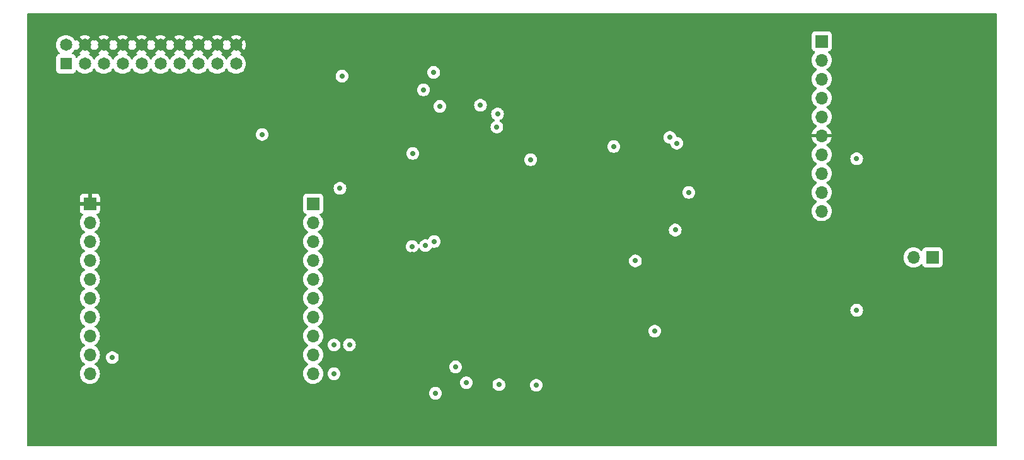
<source format=gbr>
%TF.GenerationSoftware,KiCad,Pcbnew,8.0.5*%
%TF.CreationDate,2025-01-29T19:48:31-05:00*%
%TF.ProjectId,Power_Supplies_DSP,506f7765-725f-4537-9570-706c6965735f,rev?*%
%TF.SameCoordinates,Original*%
%TF.FileFunction,Copper,L3,Inr*%
%TF.FilePolarity,Positive*%
%FSLAX46Y46*%
G04 Gerber Fmt 4.6, Leading zero omitted, Abs format (unit mm)*
G04 Created by KiCad (PCBNEW 8.0.5) date 2025-01-29 19:48:31*
%MOMM*%
%LPD*%
G01*
G04 APERTURE LIST*
%TA.AperFunction,ComponentPad*%
%ADD10R,1.650000X1.650000*%
%TD*%
%TA.AperFunction,ComponentPad*%
%ADD11C,1.650000*%
%TD*%
%TA.AperFunction,ComponentPad*%
%ADD12R,1.700000X1.700000*%
%TD*%
%TA.AperFunction,ComponentPad*%
%ADD13O,1.700000X1.700000*%
%TD*%
%TA.AperFunction,ViaPad*%
%ADD14C,0.700000*%
%TD*%
%TA.AperFunction,ViaPad*%
%ADD15C,0.800000*%
%TD*%
G04 APERTURE END LIST*
D10*
%TO.N,3.3V*%
%TO.C,J7*%
X147950000Y-122950000D03*
D11*
X147950000Y-120410000D03*
%TO.N,JTRST*%
X150490000Y-122950000D03*
%TO.N,GND*%
X150490000Y-120410000D03*
%TO.N,JTDI*%
X153030000Y-122950000D03*
%TO.N,GND*%
X153030000Y-120410000D03*
%TO.N,SWDIO*%
X155570000Y-122950000D03*
%TO.N,GND*%
X155570000Y-120410000D03*
%TO.N,SWCLK*%
X158110000Y-122950000D03*
%TO.N,GND*%
X158110000Y-120410000D03*
%TO.N,Net-(J7-Pad11)*%
X160650000Y-122950000D03*
%TO.N,GND*%
X160650000Y-120410000D03*
%TO.N,JTDO_SWO*%
X163190000Y-122950000D03*
%TO.N,GND*%
X163190000Y-120410000D03*
%TO.N,unconnected-(J7-Pad15)*%
X165730000Y-122950000D03*
%TO.N,GND*%
X165730000Y-120410000D03*
%TO.N,Net-(J7-Pad17)*%
X168270000Y-122950000D03*
%TO.N,GND*%
X168270000Y-120410000D03*
%TO.N,Net-(J7-Pad19)*%
X170810000Y-122950000D03*
%TO.N,GND*%
X170810000Y-120410000D03*
%TD*%
D12*
%TO.N,SPI3_MOSI*%
%TO.C,J6*%
X249500000Y-119905000D03*
D13*
%TO.N,SPI3_MISO*%
X249500000Y-122445000D03*
%TO.N,SPI3_SCK*%
X249500000Y-124985000D03*
%TO.N,unconnected-(J6-Pad4)*%
X249500000Y-127525000D03*
%TO.N,CHANNEL_1*%
X249500000Y-130065000D03*
%TO.N,GND*%
X249500000Y-132605000D03*
%TO.N,CHANNEL_2*%
X249500000Y-135145000D03*
%TO.N,unconnected-(J6-Pad8)*%
X249500000Y-137685000D03*
%TO.N,I2C3_SDA*%
X249500000Y-140225000D03*
%TO.N,I2C3_SCL*%
X249500000Y-142765000D03*
%TD*%
D12*
%TO.N,CHANNEL_1*%
%TO.C,J5*%
X264375000Y-148997500D03*
D13*
%TO.N,CHANNEL_2*%
X261835000Y-148997500D03*
%TD*%
D12*
%TO.N,SAI1_MCLK_A*%
%TO.C,J4*%
X181175000Y-141770000D03*
D13*
%TO.N,SAI1_SD_B*%
X181175000Y-144310000D03*
%TO.N,SAI1_FS_A*%
X181175000Y-146850000D03*
%TO.N,SAI1_SCK_A*%
X181175000Y-149390000D03*
%TO.N,unconnected-(J4-Pad5)*%
X181175000Y-151930000D03*
%TO.N,unconnected-(J4-Pad6)*%
X181175000Y-154470000D03*
%TO.N,SAI2_FS_B*%
X181175000Y-157010000D03*
%TO.N,SAI2_SD_B*%
X181175000Y-159550000D03*
%TO.N,SAI2_MCLK_B*%
X181175000Y-162090000D03*
%TO.N,SAI2_SCK_B*%
X181175000Y-164630000D03*
%TD*%
D12*
%TO.N,GND*%
%TO.C,J1*%
X151175000Y-141770000D03*
D13*
%TO.N,unconnected-(J1-Pad2)*%
X151175000Y-144310000D03*
%TO.N,5V*%
X151175000Y-146850000D03*
%TO.N,unconnected-(J1-Pad4)*%
X151175000Y-149390000D03*
%TO.N,unconnected-(J1-Pad5)*%
X151175000Y-151930000D03*
%TO.N,I2C4_SDA*%
X151175000Y-154470000D03*
%TO.N,I2C4_SCL*%
X151175000Y-157010000D03*
%TO.N,unconnected-(J1-Pad8)*%
X151175000Y-159550000D03*
%TO.N,3.3V*%
X151175000Y-162090000D03*
%TO.N,unconnected-(J1-Pad10)*%
X151175000Y-164630000D03*
%TD*%
D14*
%TO.N,GND*%
X179000000Y-125000000D03*
D15*
X179000000Y-120000000D03*
X177000000Y-120000000D03*
X175000000Y-120000000D03*
X175000000Y-118000000D03*
X177000000Y-118000000D03*
X179000000Y-118000000D03*
D14*
X165225000Y-129700000D03*
X178850000Y-123150000D03*
%TO.N,Net-(U2A-PC15-OSC32_OUT)*%
X196275000Y-147400000D03*
X185050000Y-124600000D03*
%TO.N,Net-(U2A-PC14-OSC32_IN)*%
X197450000Y-146850000D03*
X197375000Y-124100000D03*
%TO.N,3.3V*%
X154200000Y-162475000D03*
X194475000Y-147525000D03*
X206125000Y-166125000D03*
X186050000Y-160750000D03*
X211150000Y-166200000D03*
X231625000Y-140250000D03*
X221575000Y-134075000D03*
X205850000Y-131450000D03*
X227075000Y-158925000D03*
X197600000Y-167275000D03*
X224475000Y-149450000D03*
X184775000Y-139700000D03*
%TO.N,JTDI*%
X229100000Y-132850000D03*
X205950000Y-129700000D03*
%TO.N,SWDIO*%
X174325000Y-132450000D03*
X229825000Y-145300000D03*
%TO.N,SWCLK*%
X203650000Y-128525000D03*
X230025000Y-133625000D03*
%TO.N,JTRST*%
X194550000Y-135000000D03*
X196000000Y-126450000D03*
%TO.N,JTDO_SWO*%
X210400000Y-135850000D03*
X198175000Y-128675000D03*
%TO.N,SAI2_SCK_B*%
X183975000Y-164650000D03*
X201750000Y-165850000D03*
%TO.N,SAI2_SD_B*%
X184000000Y-160775000D03*
X200300000Y-163725000D03*
%TO.N,GND*%
X229325000Y-138575000D03*
X203725000Y-166175000D03*
X192675000Y-162750000D03*
X197683360Y-144709329D03*
X226450000Y-138475000D03*
X188050000Y-147650000D03*
X233800000Y-153800000D03*
X224250000Y-155825000D03*
X218800000Y-168700000D03*
X224475000Y-152075000D03*
X226975000Y-153975000D03*
X268650000Y-152522500D03*
X225575000Y-153750000D03*
X197300000Y-149925000D03*
X195075000Y-154725000D03*
X228725000Y-153975000D03*
X229775000Y-143200000D03*
X256625000Y-152522500D03*
X188100000Y-146275000D03*
X212575000Y-132900000D03*
X198400000Y-159650000D03*
X217850000Y-164200000D03*
X215125000Y-134600000D03*
X209500000Y-168250000D03*
X207150000Y-133050000D03*
X187075000Y-158850000D03*
X198950000Y-151175000D03*
X204625000Y-138400000D03*
X216475000Y-138775000D03*
X151200000Y-138775000D03*
X201200000Y-121750000D03*
X188600000Y-153150000D03*
X253025000Y-132600000D03*
X194475000Y-148550000D03*
X201425000Y-134475000D03*
X234025000Y-142200000D03*
X208250000Y-164250000D03*
X213950000Y-163600000D03*
X199350000Y-134575000D03*
X220850000Y-168725000D03*
X189200000Y-155175000D03*
X183325000Y-120668750D03*
X214650000Y-167900000D03*
X197950000Y-158875000D03*
X189675000Y-151325000D03*
X213050000Y-138650000D03*
X189725000Y-149375000D03*
X196625000Y-150875000D03*
X195950000Y-150300000D03*
X196425000Y-152400000D03*
%TO.N,CHANNEL_2*%
X254200000Y-135725000D03*
X254200000Y-156100000D03*
%TD*%
%TA.AperFunction,Conductor*%
%TO.N,GND*%
G36*
X152517482Y-120622292D02*
G01*
X152589890Y-120747708D01*
X152692292Y-120850110D01*
X152817708Y-120922518D01*
X152859765Y-120933787D01*
X152286576Y-121506975D01*
X152364966Y-121561864D01*
X152376709Y-121567340D01*
X152429149Y-121613511D01*
X152448303Y-121680704D01*
X152428089Y-121747586D01*
X152376716Y-121792104D01*
X152364722Y-121797697D01*
X152364714Y-121797701D01*
X152174735Y-121930726D01*
X152174729Y-121930731D01*
X152010731Y-122094729D01*
X152010726Y-122094735D01*
X151877701Y-122284714D01*
X151877698Y-122284720D01*
X151872381Y-122296123D01*
X151826207Y-122348562D01*
X151759013Y-122367712D01*
X151692133Y-122347495D01*
X151647619Y-122296123D01*
X151642301Y-122284720D01*
X151642298Y-122284714D01*
X151509273Y-122094735D01*
X151509268Y-122094729D01*
X151345269Y-121930730D01*
X151276624Y-121882664D01*
X151155282Y-121797699D01*
X151143286Y-121792105D01*
X151090848Y-121745932D01*
X151071697Y-121678738D01*
X151091914Y-121611857D01*
X151143294Y-121567339D01*
X151155034Y-121561864D01*
X151233422Y-121506976D01*
X151233422Y-121506975D01*
X150660235Y-120933787D01*
X150702292Y-120922518D01*
X150827708Y-120850110D01*
X150930110Y-120747708D01*
X151002518Y-120622292D01*
X151013787Y-120580234D01*
X151586975Y-121153422D01*
X151586976Y-121153422D01*
X151641865Y-121075034D01*
X151641865Y-121075033D01*
X151647616Y-121062701D01*
X151693787Y-121010260D01*
X151760980Y-120991106D01*
X151827862Y-121011320D01*
X151872383Y-121062698D01*
X151878134Y-121075032D01*
X151933023Y-121153422D01*
X152506212Y-120580233D01*
X152517482Y-120622292D01*
G37*
%TD.AperFunction*%
%TA.AperFunction,Conductor*%
G36*
X155057482Y-120622292D02*
G01*
X155129890Y-120747708D01*
X155232292Y-120850110D01*
X155357708Y-120922518D01*
X155399765Y-120933787D01*
X154826576Y-121506975D01*
X154904966Y-121561864D01*
X154916709Y-121567340D01*
X154969149Y-121613511D01*
X154988303Y-121680704D01*
X154968089Y-121747586D01*
X154916716Y-121792104D01*
X154904722Y-121797697D01*
X154904714Y-121797701D01*
X154714735Y-121930726D01*
X154714729Y-121930731D01*
X154550731Y-122094729D01*
X154550726Y-122094735D01*
X154417701Y-122284714D01*
X154417698Y-122284720D01*
X154412381Y-122296123D01*
X154366207Y-122348562D01*
X154299013Y-122367712D01*
X154232133Y-122347495D01*
X154187619Y-122296123D01*
X154182301Y-122284720D01*
X154182298Y-122284714D01*
X154049273Y-122094735D01*
X154049268Y-122094729D01*
X153885269Y-121930730D01*
X153816624Y-121882664D01*
X153695282Y-121797699D01*
X153683286Y-121792105D01*
X153630848Y-121745932D01*
X153611697Y-121678738D01*
X153631914Y-121611857D01*
X153683294Y-121567339D01*
X153695034Y-121561864D01*
X153773422Y-121506976D01*
X153773422Y-121506975D01*
X153200235Y-120933787D01*
X153242292Y-120922518D01*
X153367708Y-120850110D01*
X153470110Y-120747708D01*
X153542518Y-120622292D01*
X153553787Y-120580234D01*
X154126975Y-121153422D01*
X154126976Y-121153422D01*
X154181865Y-121075034D01*
X154181865Y-121075033D01*
X154187616Y-121062701D01*
X154233787Y-121010260D01*
X154300980Y-120991106D01*
X154367862Y-121011320D01*
X154412383Y-121062698D01*
X154418134Y-121075032D01*
X154473023Y-121153422D01*
X155046212Y-120580233D01*
X155057482Y-120622292D01*
G37*
%TD.AperFunction*%
%TA.AperFunction,Conductor*%
G36*
X157597482Y-120622292D02*
G01*
X157669890Y-120747708D01*
X157772292Y-120850110D01*
X157897708Y-120922518D01*
X157939765Y-120933787D01*
X157366576Y-121506975D01*
X157444966Y-121561864D01*
X157456709Y-121567340D01*
X157509149Y-121613511D01*
X157528303Y-121680704D01*
X157508089Y-121747586D01*
X157456716Y-121792104D01*
X157444722Y-121797697D01*
X157444714Y-121797701D01*
X157254735Y-121930726D01*
X157254729Y-121930731D01*
X157090731Y-122094729D01*
X157090726Y-122094735D01*
X156957701Y-122284714D01*
X156957698Y-122284720D01*
X156952381Y-122296123D01*
X156906207Y-122348562D01*
X156839013Y-122367712D01*
X156772133Y-122347495D01*
X156727619Y-122296123D01*
X156722301Y-122284720D01*
X156722298Y-122284714D01*
X156589273Y-122094735D01*
X156589268Y-122094729D01*
X156425269Y-121930730D01*
X156356624Y-121882664D01*
X156235282Y-121797699D01*
X156223286Y-121792105D01*
X156170848Y-121745932D01*
X156151697Y-121678738D01*
X156171914Y-121611857D01*
X156223294Y-121567339D01*
X156235034Y-121561864D01*
X156313422Y-121506976D01*
X156313422Y-121506975D01*
X155740235Y-120933787D01*
X155782292Y-120922518D01*
X155907708Y-120850110D01*
X156010110Y-120747708D01*
X156082518Y-120622292D01*
X156093787Y-120580234D01*
X156666975Y-121153422D01*
X156666976Y-121153422D01*
X156721865Y-121075034D01*
X156721865Y-121075033D01*
X156727616Y-121062701D01*
X156773787Y-121010260D01*
X156840980Y-120991106D01*
X156907862Y-121011320D01*
X156952383Y-121062698D01*
X156958134Y-121075032D01*
X157013023Y-121153422D01*
X157586212Y-120580233D01*
X157597482Y-120622292D01*
G37*
%TD.AperFunction*%
%TA.AperFunction,Conductor*%
G36*
X160137482Y-120622292D02*
G01*
X160209890Y-120747708D01*
X160312292Y-120850110D01*
X160437708Y-120922518D01*
X160479765Y-120933787D01*
X159906576Y-121506975D01*
X159984966Y-121561864D01*
X159996709Y-121567340D01*
X160049149Y-121613511D01*
X160068303Y-121680704D01*
X160048089Y-121747586D01*
X159996716Y-121792104D01*
X159984722Y-121797697D01*
X159984714Y-121797701D01*
X159794735Y-121930726D01*
X159794729Y-121930731D01*
X159630731Y-122094729D01*
X159630726Y-122094735D01*
X159497701Y-122284714D01*
X159497698Y-122284720D01*
X159492381Y-122296123D01*
X159446207Y-122348562D01*
X159379013Y-122367712D01*
X159312133Y-122347495D01*
X159267619Y-122296123D01*
X159262301Y-122284720D01*
X159262298Y-122284714D01*
X159129273Y-122094735D01*
X159129268Y-122094729D01*
X158965269Y-121930730D01*
X158896624Y-121882664D01*
X158775282Y-121797699D01*
X158763286Y-121792105D01*
X158710848Y-121745932D01*
X158691697Y-121678738D01*
X158711914Y-121611857D01*
X158763294Y-121567339D01*
X158775034Y-121561864D01*
X158853422Y-121506976D01*
X158853422Y-121506975D01*
X158280235Y-120933787D01*
X158322292Y-120922518D01*
X158447708Y-120850110D01*
X158550110Y-120747708D01*
X158622518Y-120622292D01*
X158633787Y-120580234D01*
X159206975Y-121153422D01*
X159206976Y-121153422D01*
X159261865Y-121075034D01*
X159261865Y-121075033D01*
X159267616Y-121062701D01*
X159313787Y-121010260D01*
X159380980Y-120991106D01*
X159447862Y-121011320D01*
X159492383Y-121062698D01*
X159498134Y-121075032D01*
X159553023Y-121153422D01*
X160126212Y-120580233D01*
X160137482Y-120622292D01*
G37*
%TD.AperFunction*%
%TA.AperFunction,Conductor*%
G36*
X162677482Y-120622292D02*
G01*
X162749890Y-120747708D01*
X162852292Y-120850110D01*
X162977708Y-120922518D01*
X163019765Y-120933787D01*
X162446576Y-121506975D01*
X162524966Y-121561864D01*
X162536709Y-121567340D01*
X162589149Y-121613511D01*
X162608303Y-121680704D01*
X162588089Y-121747586D01*
X162536716Y-121792104D01*
X162524722Y-121797697D01*
X162524714Y-121797701D01*
X162334735Y-121930726D01*
X162334729Y-121930731D01*
X162170731Y-122094729D01*
X162170726Y-122094735D01*
X162037701Y-122284714D01*
X162037698Y-122284720D01*
X162032381Y-122296123D01*
X161986207Y-122348562D01*
X161919013Y-122367712D01*
X161852133Y-122347495D01*
X161807619Y-122296123D01*
X161802301Y-122284720D01*
X161802298Y-122284714D01*
X161669273Y-122094735D01*
X161669268Y-122094729D01*
X161505269Y-121930730D01*
X161436624Y-121882664D01*
X161315282Y-121797699D01*
X161303286Y-121792105D01*
X161250848Y-121745932D01*
X161231697Y-121678738D01*
X161251914Y-121611857D01*
X161303294Y-121567339D01*
X161315034Y-121561864D01*
X161393422Y-121506976D01*
X161393422Y-121506975D01*
X160820235Y-120933787D01*
X160862292Y-120922518D01*
X160987708Y-120850110D01*
X161090110Y-120747708D01*
X161162518Y-120622292D01*
X161173787Y-120580234D01*
X161746975Y-121153422D01*
X161746976Y-121153422D01*
X161801865Y-121075034D01*
X161801865Y-121075033D01*
X161807616Y-121062701D01*
X161853787Y-121010260D01*
X161920980Y-120991106D01*
X161987862Y-121011320D01*
X162032383Y-121062698D01*
X162038134Y-121075032D01*
X162093023Y-121153422D01*
X162666212Y-120580233D01*
X162677482Y-120622292D01*
G37*
%TD.AperFunction*%
%TA.AperFunction,Conductor*%
G36*
X165217482Y-120622292D02*
G01*
X165289890Y-120747708D01*
X165392292Y-120850110D01*
X165517708Y-120922518D01*
X165559765Y-120933787D01*
X164986576Y-121506975D01*
X165064966Y-121561864D01*
X165076709Y-121567340D01*
X165129149Y-121613511D01*
X165148303Y-121680704D01*
X165128089Y-121747586D01*
X165076716Y-121792104D01*
X165064722Y-121797697D01*
X165064714Y-121797701D01*
X164874735Y-121930726D01*
X164874729Y-121930731D01*
X164710731Y-122094729D01*
X164710726Y-122094735D01*
X164577701Y-122284714D01*
X164577698Y-122284720D01*
X164572381Y-122296123D01*
X164526207Y-122348562D01*
X164459013Y-122367712D01*
X164392133Y-122347495D01*
X164347619Y-122296123D01*
X164342301Y-122284720D01*
X164342298Y-122284714D01*
X164209273Y-122094735D01*
X164209268Y-122094729D01*
X164045269Y-121930730D01*
X163976624Y-121882664D01*
X163855282Y-121797699D01*
X163843286Y-121792105D01*
X163790848Y-121745932D01*
X163771697Y-121678738D01*
X163791914Y-121611857D01*
X163843294Y-121567339D01*
X163855034Y-121561864D01*
X163933422Y-121506976D01*
X163933422Y-121506975D01*
X163360235Y-120933787D01*
X163402292Y-120922518D01*
X163527708Y-120850110D01*
X163630110Y-120747708D01*
X163702518Y-120622292D01*
X163713787Y-120580234D01*
X164286975Y-121153422D01*
X164286976Y-121153422D01*
X164341865Y-121075034D01*
X164341865Y-121075033D01*
X164347616Y-121062701D01*
X164393787Y-121010260D01*
X164460980Y-120991106D01*
X164527862Y-121011320D01*
X164572383Y-121062698D01*
X164578134Y-121075032D01*
X164633023Y-121153422D01*
X165206212Y-120580233D01*
X165217482Y-120622292D01*
G37*
%TD.AperFunction*%
%TA.AperFunction,Conductor*%
G36*
X167757482Y-120622292D02*
G01*
X167829890Y-120747708D01*
X167932292Y-120850110D01*
X168057708Y-120922518D01*
X168099765Y-120933787D01*
X167526576Y-121506975D01*
X167604966Y-121561864D01*
X167616709Y-121567340D01*
X167669149Y-121613511D01*
X167688303Y-121680704D01*
X167668089Y-121747586D01*
X167616716Y-121792104D01*
X167604722Y-121797697D01*
X167604714Y-121797701D01*
X167414735Y-121930726D01*
X167414729Y-121930731D01*
X167250731Y-122094729D01*
X167250726Y-122094735D01*
X167117701Y-122284714D01*
X167117698Y-122284720D01*
X167112381Y-122296123D01*
X167066207Y-122348562D01*
X166999013Y-122367712D01*
X166932133Y-122347495D01*
X166887619Y-122296123D01*
X166882301Y-122284720D01*
X166882298Y-122284714D01*
X166749273Y-122094735D01*
X166749268Y-122094729D01*
X166585269Y-121930730D01*
X166516624Y-121882664D01*
X166395282Y-121797699D01*
X166383286Y-121792105D01*
X166330848Y-121745932D01*
X166311697Y-121678738D01*
X166331914Y-121611857D01*
X166383294Y-121567339D01*
X166395034Y-121561864D01*
X166473422Y-121506976D01*
X166473422Y-121506975D01*
X165900235Y-120933787D01*
X165942292Y-120922518D01*
X166067708Y-120850110D01*
X166170110Y-120747708D01*
X166242518Y-120622292D01*
X166253787Y-120580234D01*
X166826976Y-121153422D01*
X166881865Y-121075034D01*
X166881865Y-121075033D01*
X166887616Y-121062701D01*
X166933787Y-121010260D01*
X167000980Y-120991106D01*
X167067862Y-121011320D01*
X167112383Y-121062698D01*
X167118134Y-121075032D01*
X167173023Y-121153422D01*
X167746212Y-120580233D01*
X167757482Y-120622292D01*
G37*
%TD.AperFunction*%
%TA.AperFunction,Conductor*%
G36*
X170297482Y-120622292D02*
G01*
X170369890Y-120747708D01*
X170472292Y-120850110D01*
X170597708Y-120922518D01*
X170639765Y-120933787D01*
X170066576Y-121506975D01*
X170144966Y-121561864D01*
X170156709Y-121567340D01*
X170209149Y-121613511D01*
X170228303Y-121680704D01*
X170208089Y-121747586D01*
X170156716Y-121792104D01*
X170144722Y-121797697D01*
X170144714Y-121797701D01*
X169954735Y-121930726D01*
X169954729Y-121930731D01*
X169790731Y-122094729D01*
X169790726Y-122094735D01*
X169657701Y-122284714D01*
X169657698Y-122284720D01*
X169652381Y-122296123D01*
X169606207Y-122348562D01*
X169539013Y-122367712D01*
X169472133Y-122347495D01*
X169427619Y-122296123D01*
X169422301Y-122284720D01*
X169422298Y-122284714D01*
X169289273Y-122094735D01*
X169289268Y-122094729D01*
X169125269Y-121930730D01*
X169056624Y-121882664D01*
X168935282Y-121797699D01*
X168923286Y-121792105D01*
X168870848Y-121745932D01*
X168851697Y-121678738D01*
X168871914Y-121611857D01*
X168923294Y-121567339D01*
X168935034Y-121561864D01*
X169013422Y-121506976D01*
X169013422Y-121506975D01*
X168440235Y-120933787D01*
X168482292Y-120922518D01*
X168607708Y-120850110D01*
X168710110Y-120747708D01*
X168782518Y-120622292D01*
X168793787Y-120580234D01*
X169366975Y-121153422D01*
X169366976Y-121153422D01*
X169421865Y-121075034D01*
X169421865Y-121075033D01*
X169427616Y-121062701D01*
X169473787Y-121010260D01*
X169540980Y-120991106D01*
X169607862Y-121011320D01*
X169652383Y-121062698D01*
X169658134Y-121075032D01*
X169713023Y-121153422D01*
X170286212Y-120580233D01*
X170297482Y-120622292D01*
G37*
%TD.AperFunction*%
%TA.AperFunction,Conductor*%
G36*
X149977482Y-120622292D02*
G01*
X150049890Y-120747708D01*
X150152292Y-120850110D01*
X150277708Y-120922518D01*
X150319765Y-120933787D01*
X149746576Y-121506975D01*
X149824966Y-121561864D01*
X149836709Y-121567340D01*
X149889149Y-121613511D01*
X149908303Y-121680704D01*
X149888089Y-121747586D01*
X149836716Y-121792104D01*
X149824722Y-121797697D01*
X149824714Y-121797701D01*
X149634735Y-121930726D01*
X149479426Y-122086035D01*
X149418103Y-122119519D01*
X149348411Y-122114535D01*
X149292478Y-122072663D01*
X149273517Y-122024443D01*
X149270876Y-122025068D01*
X149269092Y-122017520D01*
X149218797Y-121882671D01*
X149218793Y-121882664D01*
X149132547Y-121767455D01*
X149132544Y-121767452D01*
X149017335Y-121681206D01*
X149017328Y-121681202D01*
X148882482Y-121630908D01*
X148874938Y-121629126D01*
X148875614Y-121626263D01*
X148823790Y-121604765D01*
X148783971Y-121547352D01*
X148781514Y-121477526D01*
X148813962Y-121420576D01*
X148969270Y-121265269D01*
X149102301Y-121075282D01*
X149107893Y-121063289D01*
X149154062Y-121010851D01*
X149221255Y-120991697D01*
X149288137Y-121011911D01*
X149332656Y-121063286D01*
X149338132Y-121075029D01*
X149393023Y-121153422D01*
X149966212Y-120580233D01*
X149977482Y-120622292D01*
G37*
%TD.AperFunction*%
%TA.AperFunction,Conductor*%
G36*
X272992539Y-116170185D02*
G01*
X273038294Y-116222989D01*
X273049500Y-116274500D01*
X273049500Y-174300500D01*
X273029815Y-174367539D01*
X272977011Y-174413294D01*
X272925500Y-174424500D01*
X142849500Y-174424500D01*
X142782461Y-174404815D01*
X142736706Y-174352011D01*
X142725500Y-174300500D01*
X142725500Y-167275000D01*
X196744815Y-167275000D01*
X196763503Y-167452805D01*
X196763504Y-167452807D01*
X196818747Y-167622829D01*
X196818750Y-167622835D01*
X196908141Y-167777665D01*
X196949812Y-167823946D01*
X197027764Y-167910521D01*
X197027767Y-167910523D01*
X197027770Y-167910526D01*
X197172407Y-168015612D01*
X197335733Y-168088329D01*
X197510609Y-168125500D01*
X197510610Y-168125500D01*
X197689389Y-168125500D01*
X197689391Y-168125500D01*
X197864267Y-168088329D01*
X198027593Y-168015612D01*
X198172230Y-167910526D01*
X198291859Y-167777665D01*
X198381250Y-167622835D01*
X198436497Y-167452803D01*
X198455185Y-167275000D01*
X198436497Y-167097197D01*
X198396955Y-166975500D01*
X198381252Y-166927170D01*
X198381249Y-166927164D01*
X198328342Y-166835526D01*
X198291859Y-166772335D01*
X198229126Y-166702663D01*
X198172235Y-166639478D01*
X198172232Y-166639476D01*
X198172231Y-166639475D01*
X198172230Y-166639474D01*
X198027593Y-166534388D01*
X197864267Y-166461671D01*
X197864265Y-166461670D01*
X197736594Y-166434533D01*
X197689391Y-166424500D01*
X197510609Y-166424500D01*
X197479954Y-166431015D01*
X197335733Y-166461670D01*
X197335728Y-166461672D01*
X197172408Y-166534387D01*
X197027768Y-166639475D01*
X196908140Y-166772336D01*
X196818750Y-166927164D01*
X196818747Y-166927170D01*
X196763504Y-167097192D01*
X196763503Y-167097194D01*
X196744815Y-167275000D01*
X142725500Y-167275000D01*
X142725500Y-144309999D01*
X149819341Y-144309999D01*
X149819341Y-144310000D01*
X149839936Y-144545403D01*
X149839938Y-144545413D01*
X149901094Y-144773655D01*
X149901096Y-144773659D01*
X149901097Y-144773663D01*
X150000965Y-144987830D01*
X150000967Y-144987834D01*
X150136501Y-145181395D01*
X150136506Y-145181402D01*
X150303597Y-145348493D01*
X150303603Y-145348498D01*
X150489158Y-145478425D01*
X150532783Y-145533002D01*
X150539977Y-145602500D01*
X150508454Y-145664855D01*
X150489158Y-145681575D01*
X150303597Y-145811505D01*
X150136505Y-145978597D01*
X150000965Y-146172169D01*
X150000964Y-146172171D01*
X149901098Y-146386335D01*
X149901094Y-146386344D01*
X149839938Y-146614586D01*
X149839936Y-146614596D01*
X149819341Y-146849999D01*
X149819341Y-146850000D01*
X149839936Y-147085403D01*
X149839938Y-147085413D01*
X149901094Y-147313655D01*
X149901096Y-147313659D01*
X149901097Y-147313663D01*
X149919283Y-147352663D01*
X150000965Y-147527830D01*
X150000967Y-147527834D01*
X150096563Y-147664358D01*
X150124113Y-147703704D01*
X150136501Y-147721395D01*
X150136506Y-147721402D01*
X150303597Y-147888493D01*
X150303603Y-147888498D01*
X150489158Y-148018425D01*
X150532783Y-148073002D01*
X150539977Y-148142500D01*
X150508454Y-148204855D01*
X150489158Y-148221575D01*
X150303597Y-148351505D01*
X150136505Y-148518597D01*
X150000965Y-148712169D01*
X150000964Y-148712171D01*
X149901098Y-148926335D01*
X149901094Y-148926344D01*
X149839938Y-149154586D01*
X149839936Y-149154596D01*
X149819341Y-149389999D01*
X149819341Y-149390000D01*
X149839936Y-149625403D01*
X149839938Y-149625413D01*
X149901094Y-149853655D01*
X149901096Y-149853659D01*
X149901097Y-149853663D01*
X150000965Y-150067830D01*
X150000967Y-150067834D01*
X150136501Y-150261395D01*
X150136506Y-150261402D01*
X150303597Y-150428493D01*
X150303603Y-150428498D01*
X150489158Y-150558425D01*
X150532783Y-150613002D01*
X150539977Y-150682500D01*
X150508454Y-150744855D01*
X150489158Y-150761575D01*
X150303597Y-150891505D01*
X150136505Y-151058597D01*
X150000965Y-151252169D01*
X150000964Y-151252171D01*
X149901098Y-151466335D01*
X149901094Y-151466344D01*
X149839938Y-151694586D01*
X149839936Y-151694596D01*
X149819341Y-151929999D01*
X149819341Y-151930000D01*
X149839936Y-152165403D01*
X149839938Y-152165413D01*
X149901094Y-152393655D01*
X149901096Y-152393659D01*
X149901097Y-152393663D01*
X150000965Y-152607830D01*
X150000967Y-152607834D01*
X150136501Y-152801395D01*
X150136506Y-152801402D01*
X150303597Y-152968493D01*
X150303603Y-152968498D01*
X150489158Y-153098425D01*
X150532783Y-153153002D01*
X150539977Y-153222500D01*
X150508454Y-153284855D01*
X150489158Y-153301575D01*
X150303597Y-153431505D01*
X150136505Y-153598597D01*
X150000965Y-153792169D01*
X150000964Y-153792171D01*
X149901098Y-154006335D01*
X149901094Y-154006344D01*
X149839938Y-154234586D01*
X149839936Y-154234596D01*
X149819341Y-154469999D01*
X149819341Y-154470000D01*
X149839936Y-154705403D01*
X149839938Y-154705413D01*
X149901094Y-154933655D01*
X149901096Y-154933659D01*
X149901097Y-154933663D01*
X150000965Y-155147830D01*
X150000967Y-155147834D01*
X150136501Y-155341395D01*
X150136506Y-155341402D01*
X150303597Y-155508493D01*
X150303603Y-155508498D01*
X150489158Y-155638425D01*
X150532783Y-155693002D01*
X150539977Y-155762500D01*
X150508454Y-155824855D01*
X150489158Y-155841575D01*
X150303597Y-155971505D01*
X150136505Y-156138597D01*
X150000965Y-156332169D01*
X150000964Y-156332171D01*
X149901098Y-156546335D01*
X149901094Y-156546344D01*
X149839938Y-156774586D01*
X149839936Y-156774596D01*
X149819341Y-157009999D01*
X149819341Y-157010000D01*
X149839936Y-157245403D01*
X149839938Y-157245413D01*
X149901094Y-157473655D01*
X149901096Y-157473659D01*
X149901097Y-157473663D01*
X150000965Y-157687830D01*
X150000967Y-157687834D01*
X150136501Y-157881395D01*
X150136506Y-157881402D01*
X150303597Y-158048493D01*
X150303603Y-158048498D01*
X150489158Y-158178425D01*
X150532783Y-158233002D01*
X150539977Y-158302500D01*
X150508454Y-158364855D01*
X150489158Y-158381575D01*
X150303597Y-158511505D01*
X150136505Y-158678597D01*
X150000965Y-158872169D01*
X150000964Y-158872171D01*
X149901098Y-159086335D01*
X149901094Y-159086344D01*
X149839938Y-159314586D01*
X149839936Y-159314596D01*
X149819341Y-159549999D01*
X149819341Y-159550000D01*
X149839936Y-159785403D01*
X149839938Y-159785413D01*
X149901094Y-160013655D01*
X149901096Y-160013659D01*
X149901097Y-160013663D01*
X149910762Y-160034389D01*
X150000965Y-160227830D01*
X150000967Y-160227834D01*
X150136501Y-160421395D01*
X150136506Y-160421402D01*
X150303597Y-160588493D01*
X150303603Y-160588498D01*
X150489158Y-160718425D01*
X150532783Y-160773002D01*
X150539977Y-160842500D01*
X150508454Y-160904855D01*
X150489158Y-160921575D01*
X150303597Y-161051505D01*
X150136505Y-161218597D01*
X150000965Y-161412169D01*
X150000964Y-161412171D01*
X149901098Y-161626335D01*
X149901094Y-161626344D01*
X149839938Y-161854586D01*
X149839936Y-161854596D01*
X149819341Y-162089999D01*
X149819341Y-162090000D01*
X149839936Y-162325403D01*
X149839938Y-162325413D01*
X149901094Y-162553655D01*
X149901096Y-162553659D01*
X149901097Y-162553663D01*
X149947327Y-162652803D01*
X150000965Y-162767830D01*
X150000967Y-162767834D01*
X150136501Y-162961395D01*
X150136506Y-162961402D01*
X150303597Y-163128493D01*
X150303603Y-163128498D01*
X150489158Y-163258425D01*
X150532783Y-163313002D01*
X150539977Y-163382500D01*
X150508454Y-163444855D01*
X150489158Y-163461575D01*
X150303597Y-163591505D01*
X150136505Y-163758597D01*
X150000965Y-163952169D01*
X150000964Y-163952171D01*
X149901098Y-164166335D01*
X149901094Y-164166344D01*
X149839938Y-164394586D01*
X149839936Y-164394596D01*
X149819341Y-164629999D01*
X149819341Y-164630000D01*
X149839936Y-164865403D01*
X149839938Y-164865413D01*
X149901094Y-165093655D01*
X149901096Y-165093659D01*
X149901097Y-165093663D01*
X149957432Y-165214474D01*
X150000965Y-165307830D01*
X150000967Y-165307834D01*
X150107086Y-165459387D01*
X150136505Y-165501401D01*
X150303599Y-165668495D01*
X150400384Y-165736265D01*
X150497165Y-165804032D01*
X150497167Y-165804033D01*
X150497170Y-165804035D01*
X150711337Y-165903903D01*
X150939592Y-165965063D01*
X151127918Y-165981539D01*
X151174999Y-165985659D01*
X151175000Y-165985659D01*
X151175001Y-165985659D01*
X151214234Y-165982226D01*
X151410408Y-165965063D01*
X151638663Y-165903903D01*
X151852830Y-165804035D01*
X152046401Y-165668495D01*
X152213495Y-165501401D01*
X152349035Y-165307830D01*
X152448903Y-165093663D01*
X152510063Y-164865408D01*
X152530659Y-164630000D01*
X152510063Y-164394592D01*
X152448903Y-164166337D01*
X152349035Y-163952171D01*
X152319079Y-163909388D01*
X152213494Y-163758597D01*
X152046402Y-163591506D01*
X152046396Y-163591501D01*
X151860842Y-163461575D01*
X151817217Y-163406998D01*
X151810023Y-163337500D01*
X151841546Y-163275145D01*
X151860842Y-163258425D01*
X151921988Y-163215610D01*
X152046401Y-163128495D01*
X152213495Y-162961401D01*
X152349035Y-162767830D01*
X152448903Y-162553663D01*
X152469980Y-162475000D01*
X153344815Y-162475000D01*
X153363503Y-162652805D01*
X153363504Y-162652807D01*
X153418747Y-162822829D01*
X153418750Y-162822835D01*
X153508141Y-162977665D01*
X153549812Y-163023946D01*
X153627764Y-163110521D01*
X153627767Y-163110523D01*
X153627770Y-163110526D01*
X153772407Y-163215612D01*
X153935733Y-163288329D01*
X154110609Y-163325500D01*
X154110610Y-163325500D01*
X154289389Y-163325500D01*
X154289391Y-163325500D01*
X154464267Y-163288329D01*
X154627593Y-163215612D01*
X154772230Y-163110526D01*
X154791185Y-163089475D01*
X154798148Y-163081741D01*
X154891859Y-162977665D01*
X154981250Y-162822835D01*
X155036497Y-162652803D01*
X155055185Y-162475000D01*
X155036497Y-162297197D01*
X154981250Y-162127165D01*
X154891859Y-161972335D01*
X154845003Y-161920296D01*
X154772235Y-161839478D01*
X154772232Y-161839476D01*
X154772231Y-161839475D01*
X154772230Y-161839474D01*
X154627593Y-161734388D01*
X154464267Y-161661671D01*
X154464265Y-161661670D01*
X154298033Y-161626337D01*
X154289391Y-161624500D01*
X154110609Y-161624500D01*
X154101967Y-161626337D01*
X153935733Y-161661670D01*
X153935728Y-161661672D01*
X153772408Y-161734387D01*
X153627768Y-161839475D01*
X153508140Y-161972336D01*
X153418750Y-162127164D01*
X153418747Y-162127170D01*
X153363504Y-162297192D01*
X153363503Y-162297194D01*
X153344815Y-162475000D01*
X152469980Y-162475000D01*
X152510063Y-162325408D01*
X152530659Y-162090000D01*
X152510063Y-161854592D01*
X152448903Y-161626337D01*
X152349035Y-161412171D01*
X152347884Y-161410526D01*
X152213494Y-161218597D01*
X152046402Y-161051506D01*
X152046396Y-161051501D01*
X151860842Y-160921575D01*
X151817217Y-160866998D01*
X151810023Y-160797500D01*
X151841546Y-160735145D01*
X151860842Y-160718425D01*
X152033973Y-160597197D01*
X152046401Y-160588495D01*
X152213495Y-160421401D01*
X152349035Y-160227830D01*
X152448903Y-160013663D01*
X152510063Y-159785408D01*
X152530659Y-159550000D01*
X152510063Y-159314592D01*
X152448903Y-159086337D01*
X152349035Y-158872171D01*
X152261525Y-158747192D01*
X152213494Y-158678597D01*
X152046402Y-158511506D01*
X152046396Y-158511501D01*
X151860842Y-158381575D01*
X151817217Y-158326998D01*
X151810023Y-158257500D01*
X151841546Y-158195145D01*
X151860842Y-158178425D01*
X151956178Y-158111670D01*
X152046401Y-158048495D01*
X152213495Y-157881401D01*
X152349035Y-157687830D01*
X152448903Y-157473663D01*
X152510063Y-157245408D01*
X152530659Y-157010000D01*
X152510063Y-156774592D01*
X152448903Y-156546337D01*
X152349035Y-156332171D01*
X152310967Y-156277803D01*
X152213494Y-156138597D01*
X152046402Y-155971506D01*
X152046396Y-155971501D01*
X151860842Y-155841575D01*
X151817217Y-155786998D01*
X151810023Y-155717500D01*
X151841546Y-155655145D01*
X151860842Y-155638425D01*
X151919524Y-155597335D01*
X152046401Y-155508495D01*
X152213495Y-155341401D01*
X152349035Y-155147830D01*
X152448903Y-154933663D01*
X152510063Y-154705408D01*
X152530659Y-154470000D01*
X152510063Y-154234592D01*
X152448903Y-154006337D01*
X152349035Y-153792171D01*
X152213495Y-153598599D01*
X152213494Y-153598597D01*
X152046402Y-153431506D01*
X152046396Y-153431501D01*
X151860842Y-153301575D01*
X151817217Y-153246998D01*
X151810023Y-153177500D01*
X151841546Y-153115145D01*
X151860842Y-153098425D01*
X151883026Y-153082891D01*
X152046401Y-152968495D01*
X152213495Y-152801401D01*
X152349035Y-152607830D01*
X152448903Y-152393663D01*
X152510063Y-152165408D01*
X152530659Y-151930000D01*
X152510063Y-151694592D01*
X152448903Y-151466337D01*
X152349035Y-151252171D01*
X152213495Y-151058599D01*
X152213494Y-151058597D01*
X152046402Y-150891506D01*
X152046396Y-150891501D01*
X151860842Y-150761575D01*
X151817217Y-150706998D01*
X151810023Y-150637500D01*
X151841546Y-150575145D01*
X151860842Y-150558425D01*
X151883026Y-150542891D01*
X152046401Y-150428495D01*
X152213495Y-150261401D01*
X152349035Y-150067830D01*
X152448903Y-149853663D01*
X152510063Y-149625408D01*
X152530659Y-149390000D01*
X152510063Y-149154592D01*
X152448903Y-148926337D01*
X152349035Y-148712171D01*
X152347087Y-148709388D01*
X152213494Y-148518597D01*
X152046402Y-148351506D01*
X152046396Y-148351501D01*
X151860842Y-148221575D01*
X151817217Y-148166998D01*
X151810023Y-148097500D01*
X151841546Y-148035145D01*
X151860842Y-148018425D01*
X152022585Y-147905171D01*
X152046401Y-147888495D01*
X152213495Y-147721401D01*
X152349035Y-147527830D01*
X152448903Y-147313663D01*
X152510063Y-147085408D01*
X152530659Y-146850000D01*
X152510063Y-146614592D01*
X152448903Y-146386337D01*
X152349035Y-146172171D01*
X152305074Y-146109387D01*
X152213494Y-145978597D01*
X152046402Y-145811506D01*
X152046396Y-145811501D01*
X151860842Y-145681575D01*
X151817217Y-145626998D01*
X151810023Y-145557500D01*
X151841546Y-145495145D01*
X151860842Y-145478425D01*
X151883026Y-145462891D01*
X152046401Y-145348495D01*
X152213495Y-145181401D01*
X152349035Y-144987830D01*
X152448903Y-144773663D01*
X152510063Y-144545408D01*
X152530659Y-144310000D01*
X152530659Y-144309999D01*
X179819341Y-144309999D01*
X179819341Y-144310000D01*
X179839936Y-144545403D01*
X179839938Y-144545413D01*
X179901094Y-144773655D01*
X179901096Y-144773659D01*
X179901097Y-144773663D01*
X180000965Y-144987830D01*
X180000967Y-144987834D01*
X180136501Y-145181395D01*
X180136506Y-145181402D01*
X180303597Y-145348493D01*
X180303603Y-145348498D01*
X180489158Y-145478425D01*
X180532783Y-145533002D01*
X180539977Y-145602500D01*
X180508454Y-145664855D01*
X180489158Y-145681575D01*
X180303597Y-145811505D01*
X180136505Y-145978597D01*
X180000965Y-146172169D01*
X180000964Y-146172171D01*
X179901098Y-146386335D01*
X179901094Y-146386344D01*
X179839938Y-146614586D01*
X179839936Y-146614596D01*
X179819341Y-146849999D01*
X179819341Y-146850000D01*
X179839936Y-147085403D01*
X179839938Y-147085413D01*
X179901094Y-147313655D01*
X179901096Y-147313659D01*
X179901097Y-147313663D01*
X179919283Y-147352663D01*
X180000965Y-147527830D01*
X180000967Y-147527834D01*
X180096563Y-147664358D01*
X180124113Y-147703704D01*
X180136501Y-147721395D01*
X180136506Y-147721402D01*
X180303597Y-147888493D01*
X180303603Y-147888498D01*
X180489158Y-148018425D01*
X180532783Y-148073002D01*
X180539977Y-148142500D01*
X180508454Y-148204855D01*
X180489158Y-148221575D01*
X180303597Y-148351505D01*
X180136505Y-148518597D01*
X180000965Y-148712169D01*
X180000964Y-148712171D01*
X179901098Y-148926335D01*
X179901094Y-148926344D01*
X179839938Y-149154586D01*
X179839936Y-149154596D01*
X179819341Y-149389999D01*
X179819341Y-149390000D01*
X179839936Y-149625403D01*
X179839938Y-149625413D01*
X179901094Y-149853655D01*
X179901096Y-149853659D01*
X179901097Y-149853663D01*
X180000965Y-150067830D01*
X180000967Y-150067834D01*
X180136501Y-150261395D01*
X180136506Y-150261402D01*
X180303597Y-150428493D01*
X180303603Y-150428498D01*
X180489158Y-150558425D01*
X180532783Y-150613002D01*
X180539977Y-150682500D01*
X180508454Y-150744855D01*
X180489158Y-150761575D01*
X180303597Y-150891505D01*
X180136505Y-151058597D01*
X180000965Y-151252169D01*
X180000964Y-151252171D01*
X179901098Y-151466335D01*
X179901094Y-151466344D01*
X179839938Y-151694586D01*
X179839936Y-151694596D01*
X179819341Y-151929999D01*
X179819341Y-151930000D01*
X179839936Y-152165403D01*
X179839938Y-152165413D01*
X179901094Y-152393655D01*
X179901096Y-152393659D01*
X179901097Y-152393663D01*
X180000965Y-152607830D01*
X180000967Y-152607834D01*
X180136501Y-152801395D01*
X180136506Y-152801402D01*
X180303597Y-152968493D01*
X180303603Y-152968498D01*
X180489158Y-153098425D01*
X180532783Y-153153002D01*
X180539977Y-153222500D01*
X180508454Y-153284855D01*
X180489158Y-153301575D01*
X180303597Y-153431505D01*
X180136505Y-153598597D01*
X180000965Y-153792169D01*
X180000964Y-153792171D01*
X179901098Y-154006335D01*
X179901094Y-154006344D01*
X179839938Y-154234586D01*
X179839936Y-154234596D01*
X179819341Y-154469999D01*
X179819341Y-154470000D01*
X179839936Y-154705403D01*
X179839938Y-154705413D01*
X179901094Y-154933655D01*
X179901096Y-154933659D01*
X179901097Y-154933663D01*
X180000965Y-155147830D01*
X180000967Y-155147834D01*
X180136501Y-155341395D01*
X180136506Y-155341402D01*
X180303597Y-155508493D01*
X180303603Y-155508498D01*
X180489158Y-155638425D01*
X180532783Y-155693002D01*
X180539977Y-155762500D01*
X180508454Y-155824855D01*
X180489158Y-155841575D01*
X180303597Y-155971505D01*
X180136505Y-156138597D01*
X180000965Y-156332169D01*
X180000964Y-156332171D01*
X179901098Y-156546335D01*
X179901094Y-156546344D01*
X179839938Y-156774586D01*
X179839936Y-156774596D01*
X179819341Y-157009999D01*
X179819341Y-157010000D01*
X179839936Y-157245403D01*
X179839938Y-157245413D01*
X179901094Y-157473655D01*
X179901096Y-157473659D01*
X179901097Y-157473663D01*
X180000965Y-157687830D01*
X180000967Y-157687834D01*
X180136501Y-157881395D01*
X180136506Y-157881402D01*
X180303597Y-158048493D01*
X180303603Y-158048498D01*
X180489158Y-158178425D01*
X180532783Y-158233002D01*
X180539977Y-158302500D01*
X180508454Y-158364855D01*
X180489158Y-158381575D01*
X180303597Y-158511505D01*
X180136505Y-158678597D01*
X180000965Y-158872169D01*
X180000964Y-158872171D01*
X179901098Y-159086335D01*
X179901094Y-159086344D01*
X179839938Y-159314586D01*
X179839936Y-159314596D01*
X179819341Y-159549999D01*
X179819341Y-159550000D01*
X179839936Y-159785403D01*
X179839938Y-159785413D01*
X179901094Y-160013655D01*
X179901096Y-160013659D01*
X179901097Y-160013663D01*
X179910762Y-160034389D01*
X180000965Y-160227830D01*
X180000967Y-160227834D01*
X180136501Y-160421395D01*
X180136506Y-160421402D01*
X180303597Y-160588493D01*
X180303603Y-160588498D01*
X180489158Y-160718425D01*
X180532783Y-160773002D01*
X180539977Y-160842500D01*
X180508454Y-160904855D01*
X180489158Y-160921575D01*
X180303597Y-161051505D01*
X180136505Y-161218597D01*
X180000965Y-161412169D01*
X180000964Y-161412171D01*
X179901098Y-161626335D01*
X179901094Y-161626344D01*
X179839938Y-161854586D01*
X179839936Y-161854596D01*
X179819341Y-162089999D01*
X179819341Y-162090000D01*
X179839936Y-162325403D01*
X179839938Y-162325413D01*
X179901094Y-162553655D01*
X179901096Y-162553659D01*
X179901097Y-162553663D01*
X179947327Y-162652803D01*
X180000965Y-162767830D01*
X180000967Y-162767834D01*
X180136501Y-162961395D01*
X180136506Y-162961402D01*
X180303597Y-163128493D01*
X180303603Y-163128498D01*
X180489158Y-163258425D01*
X180532783Y-163313002D01*
X180539977Y-163382500D01*
X180508454Y-163444855D01*
X180489158Y-163461575D01*
X180303597Y-163591505D01*
X180136505Y-163758597D01*
X180000965Y-163952169D01*
X180000964Y-163952171D01*
X179901098Y-164166335D01*
X179901094Y-164166344D01*
X179839938Y-164394586D01*
X179839936Y-164394596D01*
X179819341Y-164629999D01*
X179819341Y-164630000D01*
X179839936Y-164865403D01*
X179839938Y-164865413D01*
X179901094Y-165093655D01*
X179901096Y-165093659D01*
X179901097Y-165093663D01*
X179957432Y-165214474D01*
X180000965Y-165307830D01*
X180000967Y-165307834D01*
X180107086Y-165459387D01*
X180136505Y-165501401D01*
X180303599Y-165668495D01*
X180400384Y-165736265D01*
X180497165Y-165804032D01*
X180497167Y-165804033D01*
X180497170Y-165804035D01*
X180711337Y-165903903D01*
X180939592Y-165965063D01*
X181127918Y-165981539D01*
X181174999Y-165985659D01*
X181175000Y-165985659D01*
X181175001Y-165985659D01*
X181214234Y-165982226D01*
X181410408Y-165965063D01*
X181638663Y-165903903D01*
X181754258Y-165850000D01*
X200894815Y-165850000D01*
X200913503Y-166027805D01*
X200913504Y-166027807D01*
X200968747Y-166197829D01*
X200968750Y-166197835D01*
X201058141Y-166352665D01*
X201080779Y-166377807D01*
X201177764Y-166485521D01*
X201177767Y-166485523D01*
X201177770Y-166485526D01*
X201322407Y-166590612D01*
X201485733Y-166663329D01*
X201660609Y-166700500D01*
X201660610Y-166700500D01*
X201839389Y-166700500D01*
X201839391Y-166700500D01*
X202014267Y-166663329D01*
X202177593Y-166590612D01*
X202322230Y-166485526D01*
X202333663Y-166472829D01*
X202377178Y-166424500D01*
X202441859Y-166352665D01*
X202531250Y-166197835D01*
X202554916Y-166125000D01*
X205269815Y-166125000D01*
X205288503Y-166302805D01*
X205288504Y-166302807D01*
X205343747Y-166472829D01*
X205343750Y-166472835D01*
X205433141Y-166627665D01*
X205443775Y-166639475D01*
X205552764Y-166760521D01*
X205552767Y-166760523D01*
X205552770Y-166760526D01*
X205697407Y-166865612D01*
X205860733Y-166938329D01*
X206035609Y-166975500D01*
X206035610Y-166975500D01*
X206214389Y-166975500D01*
X206214391Y-166975500D01*
X206389267Y-166938329D01*
X206552593Y-166865612D01*
X206697230Y-166760526D01*
X206816859Y-166627665D01*
X206906250Y-166472835D01*
X206961497Y-166302803D01*
X206972302Y-166200000D01*
X210294815Y-166200000D01*
X210313503Y-166377805D01*
X210313504Y-166377807D01*
X210368747Y-166547829D01*
X210368750Y-166547835D01*
X210458141Y-166702665D01*
X210499812Y-166748946D01*
X210577764Y-166835521D01*
X210577767Y-166835523D01*
X210577770Y-166835526D01*
X210722407Y-166940612D01*
X210885733Y-167013329D01*
X211060609Y-167050500D01*
X211060610Y-167050500D01*
X211239389Y-167050500D01*
X211239391Y-167050500D01*
X211414267Y-167013329D01*
X211577593Y-166940612D01*
X211722230Y-166835526D01*
X211841859Y-166702665D01*
X211931250Y-166547835D01*
X211986497Y-166377803D01*
X212005185Y-166200000D01*
X211986497Y-166022197D01*
X211958873Y-165937181D01*
X211931252Y-165852170D01*
X211931249Y-165852164D01*
X211903462Y-165804035D01*
X211841859Y-165697335D01*
X211795003Y-165645296D01*
X211722235Y-165564478D01*
X211722232Y-165564476D01*
X211722231Y-165564475D01*
X211722230Y-165564474D01*
X211577593Y-165459388D01*
X211414267Y-165386671D01*
X211414265Y-165386670D01*
X211286594Y-165359533D01*
X211239391Y-165349500D01*
X211060609Y-165349500D01*
X211029954Y-165356015D01*
X210885733Y-165386670D01*
X210885728Y-165386672D01*
X210722408Y-165459387D01*
X210577768Y-165564475D01*
X210458140Y-165697336D01*
X210368750Y-165852164D01*
X210368747Y-165852170D01*
X210313504Y-166022192D01*
X210313503Y-166022194D01*
X210294815Y-166200000D01*
X206972302Y-166200000D01*
X206980185Y-166125000D01*
X206961497Y-165947197D01*
X206914981Y-165804035D01*
X206906252Y-165777170D01*
X206906249Y-165777164D01*
X206816859Y-165622335D01*
X206764762Y-165564476D01*
X206697235Y-165489478D01*
X206697232Y-165489476D01*
X206697231Y-165489475D01*
X206697230Y-165489474D01*
X206552593Y-165384388D01*
X206389267Y-165311671D01*
X206389265Y-165311670D01*
X206261594Y-165284533D01*
X206214391Y-165274500D01*
X206035609Y-165274500D01*
X206004954Y-165281015D01*
X205860733Y-165311670D01*
X205860728Y-165311672D01*
X205697408Y-165384387D01*
X205552768Y-165489475D01*
X205433140Y-165622336D01*
X205343750Y-165777164D01*
X205343747Y-165777170D01*
X205288504Y-165947192D01*
X205288503Y-165947194D01*
X205269815Y-166125000D01*
X202554916Y-166125000D01*
X202586497Y-166027803D01*
X202605185Y-165850000D01*
X202586497Y-165672197D01*
X202531250Y-165502165D01*
X202441859Y-165347335D01*
X202376278Y-165274500D01*
X202322235Y-165214478D01*
X202322232Y-165214476D01*
X202322231Y-165214475D01*
X202322230Y-165214474D01*
X202177593Y-165109388D01*
X202014267Y-165036671D01*
X202014265Y-165036670D01*
X201886594Y-165009533D01*
X201839391Y-164999500D01*
X201660609Y-164999500D01*
X201629954Y-165006015D01*
X201485733Y-165036670D01*
X201485728Y-165036672D01*
X201322408Y-165109387D01*
X201177768Y-165214475D01*
X201058140Y-165347336D01*
X200968750Y-165502164D01*
X200968747Y-165502170D01*
X200913504Y-165672192D01*
X200913503Y-165672194D01*
X200894815Y-165850000D01*
X181754258Y-165850000D01*
X181852830Y-165804035D01*
X182046401Y-165668495D01*
X182213495Y-165501401D01*
X182349035Y-165307830D01*
X182448903Y-165093663D01*
X182510063Y-164865408D01*
X182528909Y-164650000D01*
X183119815Y-164650000D01*
X183138503Y-164827805D01*
X183138504Y-164827807D01*
X183193747Y-164997829D01*
X183193750Y-164997835D01*
X183283141Y-165152665D01*
X183324812Y-165198946D01*
X183402764Y-165285521D01*
X183402767Y-165285523D01*
X183402770Y-165285526D01*
X183547407Y-165390612D01*
X183710733Y-165463329D01*
X183885609Y-165500500D01*
X183885610Y-165500500D01*
X184064389Y-165500500D01*
X184064391Y-165500500D01*
X184239267Y-165463329D01*
X184402593Y-165390612D01*
X184547230Y-165285526D01*
X184666859Y-165152665D01*
X184756250Y-164997835D01*
X184811497Y-164827803D01*
X184830185Y-164650000D01*
X184811497Y-164472197D01*
X184756250Y-164302165D01*
X184666859Y-164147335D01*
X184599779Y-164072835D01*
X184547235Y-164014478D01*
X184547232Y-164014476D01*
X184547231Y-164014475D01*
X184547230Y-164014474D01*
X184402593Y-163909388D01*
X184239267Y-163836671D01*
X184239265Y-163836670D01*
X184111594Y-163809533D01*
X184064391Y-163799500D01*
X183885609Y-163799500D01*
X183854954Y-163806015D01*
X183710733Y-163836670D01*
X183710728Y-163836672D01*
X183547408Y-163909387D01*
X183402768Y-164014475D01*
X183283140Y-164147336D01*
X183193750Y-164302164D01*
X183193747Y-164302170D01*
X183138504Y-164472192D01*
X183138503Y-164472194D01*
X183119815Y-164650000D01*
X182528909Y-164650000D01*
X182530659Y-164630000D01*
X182510063Y-164394592D01*
X182448903Y-164166337D01*
X182349035Y-163952171D01*
X182319079Y-163909388D01*
X182213494Y-163758597D01*
X182179897Y-163725000D01*
X199444815Y-163725000D01*
X199463503Y-163902805D01*
X199463504Y-163902807D01*
X199518747Y-164072829D01*
X199518750Y-164072835D01*
X199608141Y-164227665D01*
X199649812Y-164273946D01*
X199727764Y-164360521D01*
X199727767Y-164360523D01*
X199727770Y-164360526D01*
X199872407Y-164465612D01*
X200035733Y-164538329D01*
X200210609Y-164575500D01*
X200210610Y-164575500D01*
X200389389Y-164575500D01*
X200389391Y-164575500D01*
X200564267Y-164538329D01*
X200727593Y-164465612D01*
X200872230Y-164360526D01*
X200991859Y-164227665D01*
X201081250Y-164072835D01*
X201136497Y-163902803D01*
X201155185Y-163725000D01*
X201136497Y-163547197D01*
X201103244Y-163444855D01*
X201081252Y-163377170D01*
X201081249Y-163377164D01*
X200991859Y-163222335D01*
X200945003Y-163170296D01*
X200872235Y-163089478D01*
X200872232Y-163089476D01*
X200872231Y-163089475D01*
X200872230Y-163089474D01*
X200727593Y-162984388D01*
X200564267Y-162911671D01*
X200564265Y-162911670D01*
X200436594Y-162884533D01*
X200389391Y-162874500D01*
X200210609Y-162874500D01*
X200179954Y-162881015D01*
X200035733Y-162911670D01*
X200035728Y-162911672D01*
X199872408Y-162984387D01*
X199727768Y-163089475D01*
X199608140Y-163222336D01*
X199518750Y-163377164D01*
X199518747Y-163377170D01*
X199463504Y-163547192D01*
X199463503Y-163547194D01*
X199444815Y-163725000D01*
X182179897Y-163725000D01*
X182046402Y-163591506D01*
X182046396Y-163591501D01*
X181860842Y-163461575D01*
X181817217Y-163406998D01*
X181810023Y-163337500D01*
X181841546Y-163275145D01*
X181860842Y-163258425D01*
X181921988Y-163215610D01*
X182046401Y-163128495D01*
X182213495Y-162961401D01*
X182349035Y-162767830D01*
X182448903Y-162553663D01*
X182510063Y-162325408D01*
X182530659Y-162090000D01*
X182510063Y-161854592D01*
X182448903Y-161626337D01*
X182349035Y-161412171D01*
X182347884Y-161410526D01*
X182213494Y-161218597D01*
X182046402Y-161051506D01*
X182046396Y-161051501D01*
X181860842Y-160921575D01*
X181817217Y-160866998D01*
X181810023Y-160797500D01*
X181821398Y-160775000D01*
X183144815Y-160775000D01*
X183163503Y-160952805D01*
X183163504Y-160952807D01*
X183218747Y-161122829D01*
X183218750Y-161122835D01*
X183308141Y-161277665D01*
X183349812Y-161323946D01*
X183427764Y-161410521D01*
X183427767Y-161410523D01*
X183427770Y-161410526D01*
X183572407Y-161515612D01*
X183735733Y-161588329D01*
X183910609Y-161625500D01*
X183910610Y-161625500D01*
X184089389Y-161625500D01*
X184089391Y-161625500D01*
X184264267Y-161588329D01*
X184427593Y-161515612D01*
X184572230Y-161410526D01*
X184691859Y-161277665D01*
X184781250Y-161122835D01*
X184836497Y-160952803D01*
X184855185Y-160775000D01*
X184852557Y-160750000D01*
X185194815Y-160750000D01*
X185213503Y-160927805D01*
X185213504Y-160927807D01*
X185268747Y-161097829D01*
X185268750Y-161097835D01*
X185358141Y-161252665D01*
X185399812Y-161298946D01*
X185477764Y-161385521D01*
X185477767Y-161385523D01*
X185477770Y-161385526D01*
X185622407Y-161490612D01*
X185785733Y-161563329D01*
X185960609Y-161600500D01*
X185960610Y-161600500D01*
X186139389Y-161600500D01*
X186139391Y-161600500D01*
X186314267Y-161563329D01*
X186477593Y-161490612D01*
X186622230Y-161385526D01*
X186741859Y-161252665D01*
X186831250Y-161097835D01*
X186886497Y-160927803D01*
X186905185Y-160750000D01*
X186886497Y-160572197D01*
X186837500Y-160421401D01*
X186831252Y-160402170D01*
X186831249Y-160402164D01*
X186756293Y-160272336D01*
X186741859Y-160247335D01*
X186695003Y-160195296D01*
X186622235Y-160114478D01*
X186622232Y-160114476D01*
X186622231Y-160114475D01*
X186622230Y-160114474D01*
X186477593Y-160009388D01*
X186314267Y-159936671D01*
X186314265Y-159936670D01*
X186186594Y-159909533D01*
X186139391Y-159899500D01*
X185960609Y-159899500D01*
X185929954Y-159906015D01*
X185785733Y-159936670D01*
X185785728Y-159936672D01*
X185622408Y-160009387D01*
X185477768Y-160114475D01*
X185358140Y-160247336D01*
X185268750Y-160402164D01*
X185268747Y-160402170D01*
X185213504Y-160572192D01*
X185213503Y-160572194D01*
X185194815Y-160750000D01*
X184852557Y-160750000D01*
X184836497Y-160597197D01*
X184781250Y-160427165D01*
X184691859Y-160272335D01*
X184645003Y-160220296D01*
X184572235Y-160139478D01*
X184572232Y-160139476D01*
X184572231Y-160139475D01*
X184572230Y-160139474D01*
X184427593Y-160034388D01*
X184264267Y-159961671D01*
X184264265Y-159961670D01*
X184136594Y-159934533D01*
X184089391Y-159924500D01*
X183910609Y-159924500D01*
X183879954Y-159931015D01*
X183735733Y-159961670D01*
X183735728Y-159961672D01*
X183572408Y-160034387D01*
X183427768Y-160139475D01*
X183308140Y-160272336D01*
X183218750Y-160427164D01*
X183218747Y-160427170D01*
X183163504Y-160597192D01*
X183163503Y-160597194D01*
X183144815Y-160775000D01*
X181821398Y-160775000D01*
X181841546Y-160735145D01*
X181860842Y-160718425D01*
X182033973Y-160597197D01*
X182046401Y-160588495D01*
X182213495Y-160421401D01*
X182349035Y-160227830D01*
X182448903Y-160013663D01*
X182510063Y-159785408D01*
X182530659Y-159550000D01*
X182510063Y-159314592D01*
X182448903Y-159086337D01*
X182373670Y-158925000D01*
X226219815Y-158925000D01*
X226238503Y-159102805D01*
X226238504Y-159102807D01*
X226293747Y-159272829D01*
X226293750Y-159272835D01*
X226383141Y-159427665D01*
X226424812Y-159473946D01*
X226502764Y-159560521D01*
X226502767Y-159560523D01*
X226502770Y-159560526D01*
X226647407Y-159665612D01*
X226810733Y-159738329D01*
X226985609Y-159775500D01*
X226985610Y-159775500D01*
X227164389Y-159775500D01*
X227164391Y-159775500D01*
X227339267Y-159738329D01*
X227502593Y-159665612D01*
X227647230Y-159560526D01*
X227766859Y-159427665D01*
X227856250Y-159272835D01*
X227911497Y-159102803D01*
X227930185Y-158925000D01*
X227911497Y-158747197D01*
X227856250Y-158577165D01*
X227766859Y-158422335D01*
X227715104Y-158364855D01*
X227647235Y-158289478D01*
X227647232Y-158289476D01*
X227647231Y-158289475D01*
X227647230Y-158289474D01*
X227502593Y-158184388D01*
X227339267Y-158111671D01*
X227339265Y-158111670D01*
X227211594Y-158084533D01*
X227164391Y-158074500D01*
X226985609Y-158074500D01*
X226954954Y-158081015D01*
X226810733Y-158111670D01*
X226810728Y-158111672D01*
X226647408Y-158184387D01*
X226502768Y-158289475D01*
X226383140Y-158422336D01*
X226293750Y-158577164D01*
X226293747Y-158577170D01*
X226238504Y-158747192D01*
X226238503Y-158747194D01*
X226219815Y-158925000D01*
X182373670Y-158925000D01*
X182349035Y-158872171D01*
X182261525Y-158747192D01*
X182213494Y-158678597D01*
X182046402Y-158511506D01*
X182046396Y-158511501D01*
X181860842Y-158381575D01*
X181817217Y-158326998D01*
X181810023Y-158257500D01*
X181841546Y-158195145D01*
X181860842Y-158178425D01*
X181956178Y-158111670D01*
X182046401Y-158048495D01*
X182213495Y-157881401D01*
X182349035Y-157687830D01*
X182448903Y-157473663D01*
X182510063Y-157245408D01*
X182530659Y-157010000D01*
X182510063Y-156774592D01*
X182448903Y-156546337D01*
X182349035Y-156332171D01*
X182310967Y-156277803D01*
X182213494Y-156138597D01*
X182174897Y-156100000D01*
X253344815Y-156100000D01*
X253363503Y-156277805D01*
X253363504Y-156277807D01*
X253418747Y-156447829D01*
X253418750Y-156447835D01*
X253508141Y-156602665D01*
X253549812Y-156648946D01*
X253627764Y-156735521D01*
X253627767Y-156735523D01*
X253627770Y-156735526D01*
X253772407Y-156840612D01*
X253935733Y-156913329D01*
X254110609Y-156950500D01*
X254110610Y-156950500D01*
X254289389Y-156950500D01*
X254289391Y-156950500D01*
X254464267Y-156913329D01*
X254627593Y-156840612D01*
X254772230Y-156735526D01*
X254891859Y-156602665D01*
X254981250Y-156447835D01*
X255036497Y-156277803D01*
X255055185Y-156100000D01*
X255036497Y-155922197D01*
X254981250Y-155752165D01*
X254891859Y-155597335D01*
X254811867Y-155508495D01*
X254772235Y-155464478D01*
X254772232Y-155464476D01*
X254772231Y-155464475D01*
X254772230Y-155464474D01*
X254627593Y-155359388D01*
X254464267Y-155286671D01*
X254464265Y-155286670D01*
X254336594Y-155259533D01*
X254289391Y-155249500D01*
X254110609Y-155249500D01*
X254079954Y-155256015D01*
X253935733Y-155286670D01*
X253935728Y-155286672D01*
X253772408Y-155359387D01*
X253627768Y-155464475D01*
X253508140Y-155597336D01*
X253418750Y-155752164D01*
X253418747Y-155752170D01*
X253363504Y-155922192D01*
X253363503Y-155922194D01*
X253344815Y-156100000D01*
X182174897Y-156100000D01*
X182046402Y-155971506D01*
X182046396Y-155971501D01*
X181860842Y-155841575D01*
X181817217Y-155786998D01*
X181810023Y-155717500D01*
X181841546Y-155655145D01*
X181860842Y-155638425D01*
X181919524Y-155597335D01*
X182046401Y-155508495D01*
X182213495Y-155341401D01*
X182349035Y-155147830D01*
X182448903Y-154933663D01*
X182510063Y-154705408D01*
X182530659Y-154470000D01*
X182510063Y-154234592D01*
X182448903Y-154006337D01*
X182349035Y-153792171D01*
X182213495Y-153598599D01*
X182213494Y-153598597D01*
X182046402Y-153431506D01*
X182046396Y-153431501D01*
X181860842Y-153301575D01*
X181817217Y-153246998D01*
X181810023Y-153177500D01*
X181841546Y-153115145D01*
X181860842Y-153098425D01*
X181883026Y-153082891D01*
X182046401Y-152968495D01*
X182213495Y-152801401D01*
X182349035Y-152607830D01*
X182448903Y-152393663D01*
X182510063Y-152165408D01*
X182530659Y-151930000D01*
X182510063Y-151694592D01*
X182448903Y-151466337D01*
X182349035Y-151252171D01*
X182213495Y-151058599D01*
X182213494Y-151058597D01*
X182046402Y-150891506D01*
X182046396Y-150891501D01*
X181860842Y-150761575D01*
X181817217Y-150706998D01*
X181810023Y-150637500D01*
X181841546Y-150575145D01*
X181860842Y-150558425D01*
X181883026Y-150542891D01*
X182046401Y-150428495D01*
X182213495Y-150261401D01*
X182349035Y-150067830D01*
X182448903Y-149853663D01*
X182510063Y-149625408D01*
X182525410Y-149450000D01*
X223619815Y-149450000D01*
X223638503Y-149627805D01*
X223638504Y-149627807D01*
X223693747Y-149797829D01*
X223693750Y-149797835D01*
X223783141Y-149952665D01*
X223824812Y-149998946D01*
X223902764Y-150085521D01*
X223902767Y-150085523D01*
X223902770Y-150085526D01*
X224047407Y-150190612D01*
X224210733Y-150263329D01*
X224385609Y-150300500D01*
X224385610Y-150300500D01*
X224564389Y-150300500D01*
X224564391Y-150300500D01*
X224739267Y-150263329D01*
X224902593Y-150190612D01*
X225047230Y-150085526D01*
X225166859Y-149952665D01*
X225256250Y-149797835D01*
X225311497Y-149627803D01*
X225330185Y-149450000D01*
X225311497Y-149272197D01*
X225256250Y-149102165D01*
X225195821Y-148997499D01*
X260479341Y-148997499D01*
X260479341Y-148997500D01*
X260499936Y-149232903D01*
X260499938Y-149232913D01*
X260561094Y-149461155D01*
X260561096Y-149461159D01*
X260561097Y-149461163D01*
X260637684Y-149625403D01*
X260660965Y-149675330D01*
X260660967Y-149675334D01*
X260746740Y-149797829D01*
X260796505Y-149868901D01*
X260963599Y-150035995D01*
X261060384Y-150103765D01*
X261157165Y-150171532D01*
X261157167Y-150171533D01*
X261157170Y-150171535D01*
X261371337Y-150271403D01*
X261599592Y-150332563D01*
X261776034Y-150348000D01*
X261834999Y-150353159D01*
X261835000Y-150353159D01*
X261835001Y-150353159D01*
X261893966Y-150348000D01*
X262070408Y-150332563D01*
X262298663Y-150271403D01*
X262512830Y-150171535D01*
X262706401Y-150035995D01*
X262828329Y-149914066D01*
X262889648Y-149880584D01*
X262959340Y-149885568D01*
X263015274Y-149927439D01*
X263032189Y-149958417D01*
X263081202Y-150089828D01*
X263081206Y-150089835D01*
X263167452Y-150205044D01*
X263167455Y-150205047D01*
X263282664Y-150291293D01*
X263282671Y-150291297D01*
X263417517Y-150341591D01*
X263417516Y-150341591D01*
X263424444Y-150342335D01*
X263477127Y-150348000D01*
X265272872Y-150347999D01*
X265332483Y-150341591D01*
X265467331Y-150291296D01*
X265582546Y-150205046D01*
X265668796Y-150089831D01*
X265719091Y-149954983D01*
X265725500Y-149895373D01*
X265725499Y-148099628D01*
X265719091Y-148040017D01*
X265717810Y-148036583D01*
X265668797Y-147905171D01*
X265668793Y-147905164D01*
X265582547Y-147789955D01*
X265582544Y-147789952D01*
X265467335Y-147703706D01*
X265467328Y-147703702D01*
X265332482Y-147653408D01*
X265332483Y-147653408D01*
X265272883Y-147647001D01*
X265272881Y-147647000D01*
X265272873Y-147647000D01*
X265272864Y-147647000D01*
X263477129Y-147647000D01*
X263477123Y-147647001D01*
X263417516Y-147653408D01*
X263282671Y-147703702D01*
X263282664Y-147703706D01*
X263167455Y-147789952D01*
X263167452Y-147789955D01*
X263081206Y-147905164D01*
X263081203Y-147905169D01*
X263032189Y-148036583D01*
X262990317Y-148092516D01*
X262924853Y-148116933D01*
X262856580Y-148102081D01*
X262828326Y-148080930D01*
X262706402Y-147959006D01*
X262706395Y-147959001D01*
X262512834Y-147823467D01*
X262512830Y-147823465D01*
X262512828Y-147823464D01*
X262298663Y-147723597D01*
X262298659Y-147723596D01*
X262298655Y-147723594D01*
X262070413Y-147662438D01*
X262070403Y-147662436D01*
X261835001Y-147641841D01*
X261834999Y-147641841D01*
X261599596Y-147662436D01*
X261599586Y-147662438D01*
X261371344Y-147723594D01*
X261371335Y-147723598D01*
X261157171Y-147823464D01*
X261157169Y-147823465D01*
X260963597Y-147959005D01*
X260796505Y-148126097D01*
X260660965Y-148319669D01*
X260660964Y-148319671D01*
X260561098Y-148533835D01*
X260561094Y-148533844D01*
X260499938Y-148762086D01*
X260499936Y-148762096D01*
X260479341Y-148997499D01*
X225195821Y-148997499D01*
X225166859Y-148947335D01*
X225120003Y-148895296D01*
X225047235Y-148814478D01*
X225047232Y-148814476D01*
X225047231Y-148814475D01*
X225047230Y-148814474D01*
X224902593Y-148709388D01*
X224739267Y-148636671D01*
X224739265Y-148636670D01*
X224611594Y-148609533D01*
X224564391Y-148599500D01*
X224385609Y-148599500D01*
X224354954Y-148606015D01*
X224210733Y-148636670D01*
X224210728Y-148636672D01*
X224047408Y-148709387D01*
X223902768Y-148814475D01*
X223783140Y-148947336D01*
X223693750Y-149102164D01*
X223693747Y-149102170D01*
X223638504Y-149272192D01*
X223638503Y-149272194D01*
X223619815Y-149450000D01*
X182525410Y-149450000D01*
X182530659Y-149390000D01*
X182510063Y-149154592D01*
X182448903Y-148926337D01*
X182349035Y-148712171D01*
X182347087Y-148709388D01*
X182213494Y-148518597D01*
X182046402Y-148351506D01*
X182046396Y-148351501D01*
X181860842Y-148221575D01*
X181817217Y-148166998D01*
X181810023Y-148097500D01*
X181841546Y-148035145D01*
X181860842Y-148018425D01*
X182022585Y-147905171D01*
X182046401Y-147888495D01*
X182213495Y-147721401D01*
X182349035Y-147527830D01*
X182350355Y-147525000D01*
X193619815Y-147525000D01*
X193638503Y-147702805D01*
X193638504Y-147702807D01*
X193693747Y-147872829D01*
X193693750Y-147872835D01*
X193783141Y-148027665D01*
X193794263Y-148040017D01*
X193902764Y-148160521D01*
X193902767Y-148160523D01*
X193902770Y-148160526D01*
X194047407Y-148265612D01*
X194210733Y-148338329D01*
X194385609Y-148375500D01*
X194385610Y-148375500D01*
X194564389Y-148375500D01*
X194564391Y-148375500D01*
X194739267Y-148338329D01*
X194902593Y-148265612D01*
X195047230Y-148160526D01*
X195166859Y-148027665D01*
X195256250Y-147872835D01*
X195281702Y-147794501D01*
X195321139Y-147736826D01*
X195385497Y-147709627D01*
X195454344Y-147721541D01*
X195505820Y-147768785D01*
X195507010Y-147770802D01*
X195583141Y-147902665D01*
X195624812Y-147948946D01*
X195702764Y-148035521D01*
X195702767Y-148035523D01*
X195702770Y-148035526D01*
X195847407Y-148140612D01*
X196010733Y-148213329D01*
X196185609Y-148250500D01*
X196185610Y-148250500D01*
X196364389Y-148250500D01*
X196364391Y-148250500D01*
X196539267Y-148213329D01*
X196702593Y-148140612D01*
X196847230Y-148035526D01*
X196847574Y-148035145D01*
X196873148Y-148006741D01*
X196966859Y-147902665D01*
X197056250Y-147747835D01*
X197056251Y-147747829D01*
X197058891Y-147741903D01*
X197060363Y-147742558D01*
X197095214Y-147691569D01*
X197159567Y-147664358D01*
X197199508Y-147666257D01*
X197360609Y-147700500D01*
X197360610Y-147700500D01*
X197539389Y-147700500D01*
X197539391Y-147700500D01*
X197714267Y-147663329D01*
X197877593Y-147590612D01*
X198022230Y-147485526D01*
X198141859Y-147352665D01*
X198231250Y-147197835D01*
X198286497Y-147027803D01*
X198305185Y-146850000D01*
X198286497Y-146672197D01*
X198231250Y-146502165D01*
X198141859Y-146347335D01*
X198095003Y-146295296D01*
X198022235Y-146214478D01*
X198022232Y-146214476D01*
X198022231Y-146214475D01*
X198022230Y-146214474D01*
X197877593Y-146109388D01*
X197714267Y-146036671D01*
X197714265Y-146036670D01*
X197586594Y-146009533D01*
X197539391Y-145999500D01*
X197360609Y-145999500D01*
X197329954Y-146006015D01*
X197185733Y-146036670D01*
X197185728Y-146036672D01*
X197022408Y-146109387D01*
X196877768Y-146214475D01*
X196758140Y-146347336D01*
X196668750Y-146502164D01*
X196666104Y-146508108D01*
X196664636Y-146507454D01*
X196629748Y-146558459D01*
X196565384Y-146585646D01*
X196525491Y-146583742D01*
X196364391Y-146549500D01*
X196185609Y-146549500D01*
X196154954Y-146556015D01*
X196010733Y-146586670D01*
X196010728Y-146586672D01*
X195847408Y-146659387D01*
X195702768Y-146764475D01*
X195583140Y-146897336D01*
X195493750Y-147052164D01*
X195493748Y-147052168D01*
X195468297Y-147130499D01*
X195428859Y-147188174D01*
X195364500Y-147215372D01*
X195295654Y-147203457D01*
X195244178Y-147156212D01*
X195243025Y-147154260D01*
X195166859Y-147022335D01*
X195158904Y-147013501D01*
X195047235Y-146889478D01*
X195047232Y-146889476D01*
X195047231Y-146889475D01*
X195047230Y-146889474D01*
X194902593Y-146784388D01*
X194739267Y-146711671D01*
X194739265Y-146711670D01*
X194611594Y-146684533D01*
X194564391Y-146674500D01*
X194385609Y-146674500D01*
X194354954Y-146681015D01*
X194210733Y-146711670D01*
X194210728Y-146711672D01*
X194047408Y-146784387D01*
X193902768Y-146889475D01*
X193783140Y-147022336D01*
X193693750Y-147177164D01*
X193693747Y-147177170D01*
X193638504Y-147347192D01*
X193638503Y-147347194D01*
X193619815Y-147525000D01*
X182350355Y-147525000D01*
X182448903Y-147313663D01*
X182510063Y-147085408D01*
X182530659Y-146850000D01*
X182510063Y-146614592D01*
X182448903Y-146386337D01*
X182349035Y-146172171D01*
X182305074Y-146109387D01*
X182213494Y-145978597D01*
X182046402Y-145811506D01*
X182046396Y-145811501D01*
X181860842Y-145681575D01*
X181817217Y-145626998D01*
X181810023Y-145557500D01*
X181841546Y-145495145D01*
X181860842Y-145478425D01*
X181883026Y-145462891D01*
X182046401Y-145348495D01*
X182094896Y-145300000D01*
X228969815Y-145300000D01*
X228988503Y-145477805D01*
X228988504Y-145477807D01*
X229043747Y-145647829D01*
X229043750Y-145647835D01*
X229133141Y-145802665D01*
X229174812Y-145848946D01*
X229252764Y-145935521D01*
X229252767Y-145935523D01*
X229252770Y-145935526D01*
X229397407Y-146040612D01*
X229560733Y-146113329D01*
X229735609Y-146150500D01*
X229735610Y-146150500D01*
X229914389Y-146150500D01*
X229914391Y-146150500D01*
X230089267Y-146113329D01*
X230252593Y-146040612D01*
X230397230Y-145935526D01*
X230516859Y-145802665D01*
X230606250Y-145647835D01*
X230661497Y-145477803D01*
X230680185Y-145300000D01*
X230661497Y-145122197D01*
X230617840Y-144987834D01*
X230606252Y-144952170D01*
X230606249Y-144952164D01*
X230516859Y-144797335D01*
X230470003Y-144745296D01*
X230397235Y-144664478D01*
X230397232Y-144664476D01*
X230397231Y-144664475D01*
X230397230Y-144664474D01*
X230252593Y-144559388D01*
X230089267Y-144486671D01*
X230089265Y-144486670D01*
X229961594Y-144459533D01*
X229914391Y-144449500D01*
X229735609Y-144449500D01*
X229704954Y-144456015D01*
X229560733Y-144486670D01*
X229560728Y-144486672D01*
X229397408Y-144559387D01*
X229252768Y-144664475D01*
X229133140Y-144797336D01*
X229043750Y-144952164D01*
X229043747Y-144952170D01*
X228988504Y-145122192D01*
X228988503Y-145122194D01*
X228969815Y-145300000D01*
X182094896Y-145300000D01*
X182213495Y-145181401D01*
X182349035Y-144987830D01*
X182448903Y-144773663D01*
X182510063Y-144545408D01*
X182530659Y-144310000D01*
X182510063Y-144074592D01*
X182448903Y-143846337D01*
X182349035Y-143632171D01*
X182216460Y-143442834D01*
X182213496Y-143438600D01*
X182213495Y-143438599D01*
X182091567Y-143316671D01*
X182058084Y-143255351D01*
X182063068Y-143185659D01*
X182104939Y-143129725D01*
X182135915Y-143112810D01*
X182267331Y-143063796D01*
X182382546Y-142977546D01*
X182468796Y-142862331D01*
X182519091Y-142727483D01*
X182525500Y-142667873D01*
X182525499Y-140872128D01*
X182519091Y-140812517D01*
X182472896Y-140688663D01*
X182468797Y-140677671D01*
X182468793Y-140677664D01*
X182382547Y-140562455D01*
X182382544Y-140562452D01*
X182267335Y-140476206D01*
X182267328Y-140476202D01*
X182132482Y-140425908D01*
X182132483Y-140425908D01*
X182072883Y-140419501D01*
X182072881Y-140419500D01*
X182072873Y-140419500D01*
X182072864Y-140419500D01*
X180277129Y-140419500D01*
X180277123Y-140419501D01*
X180217516Y-140425908D01*
X180082671Y-140476202D01*
X180082664Y-140476206D01*
X179967455Y-140562452D01*
X179967452Y-140562455D01*
X179881206Y-140677664D01*
X179881202Y-140677671D01*
X179830908Y-140812517D01*
X179824501Y-140872116D01*
X179824501Y-140872123D01*
X179824500Y-140872135D01*
X179824500Y-142667870D01*
X179824501Y-142667876D01*
X179830908Y-142727483D01*
X179881202Y-142862328D01*
X179881206Y-142862335D01*
X179967452Y-142977544D01*
X179967455Y-142977547D01*
X180082664Y-143063793D01*
X180082671Y-143063797D01*
X180214081Y-143112810D01*
X180270015Y-143154681D01*
X180294432Y-143220145D01*
X180279580Y-143288418D01*
X180258430Y-143316673D01*
X180136503Y-143438600D01*
X180000965Y-143632169D01*
X180000964Y-143632171D01*
X179901098Y-143846335D01*
X179901094Y-143846344D01*
X179839938Y-144074586D01*
X179839936Y-144074596D01*
X179819341Y-144309999D01*
X152530659Y-144309999D01*
X152510063Y-144074592D01*
X152448903Y-143846337D01*
X152349035Y-143632171D01*
X152216460Y-143442834D01*
X152213496Y-143438600D01*
X152213495Y-143438599D01*
X152091179Y-143316283D01*
X152057696Y-143254963D01*
X152062680Y-143185271D01*
X152104551Y-143129337D01*
X152135529Y-143112422D01*
X152267086Y-143063354D01*
X152267093Y-143063350D01*
X152382187Y-142977190D01*
X152382190Y-142977187D01*
X152468350Y-142862093D01*
X152468354Y-142862086D01*
X152518596Y-142727379D01*
X152518598Y-142727372D01*
X152524999Y-142667844D01*
X152525000Y-142667827D01*
X152525000Y-142020000D01*
X151608012Y-142020000D01*
X151640925Y-141962993D01*
X151675000Y-141835826D01*
X151675000Y-141704174D01*
X151640925Y-141577007D01*
X151608012Y-141520000D01*
X152525000Y-141520000D01*
X152525000Y-140872172D01*
X152524999Y-140872155D01*
X152518598Y-140812627D01*
X152518596Y-140812620D01*
X152468354Y-140677913D01*
X152468350Y-140677906D01*
X152382190Y-140562812D01*
X152382187Y-140562809D01*
X152267093Y-140476649D01*
X152267086Y-140476645D01*
X152132379Y-140426403D01*
X152132372Y-140426401D01*
X152072844Y-140420000D01*
X151425000Y-140420000D01*
X151425000Y-141336988D01*
X151367993Y-141304075D01*
X151240826Y-141270000D01*
X151109174Y-141270000D01*
X150982007Y-141304075D01*
X150925000Y-141336988D01*
X150925000Y-140420000D01*
X150277155Y-140420000D01*
X150217627Y-140426401D01*
X150217620Y-140426403D01*
X150082913Y-140476645D01*
X150082906Y-140476649D01*
X149967812Y-140562809D01*
X149967809Y-140562812D01*
X149881649Y-140677906D01*
X149881645Y-140677913D01*
X149831403Y-140812620D01*
X149831401Y-140812627D01*
X149825000Y-140872155D01*
X149825000Y-141520000D01*
X150741988Y-141520000D01*
X150709075Y-141577007D01*
X150675000Y-141704174D01*
X150675000Y-141835826D01*
X150709075Y-141962993D01*
X150741988Y-142020000D01*
X149825000Y-142020000D01*
X149825000Y-142667844D01*
X149831401Y-142727372D01*
X149831403Y-142727379D01*
X149881645Y-142862086D01*
X149881649Y-142862093D01*
X149967809Y-142977187D01*
X149967812Y-142977190D01*
X150082906Y-143063350D01*
X150082913Y-143063354D01*
X150214470Y-143112421D01*
X150270403Y-143154292D01*
X150294821Y-143219756D01*
X150279970Y-143288029D01*
X150258819Y-143316284D01*
X150136503Y-143438600D01*
X150000965Y-143632169D01*
X150000964Y-143632171D01*
X149901098Y-143846335D01*
X149901094Y-143846344D01*
X149839938Y-144074586D01*
X149839936Y-144074596D01*
X149819341Y-144309999D01*
X142725500Y-144309999D01*
X142725500Y-139700000D01*
X183919815Y-139700000D01*
X183938503Y-139877805D01*
X183938504Y-139877807D01*
X183993747Y-140047829D01*
X183993750Y-140047835D01*
X184083141Y-140202665D01*
X184103251Y-140224999D01*
X184202764Y-140335521D01*
X184202767Y-140335523D01*
X184202770Y-140335526D01*
X184347407Y-140440612D01*
X184510733Y-140513329D01*
X184685609Y-140550500D01*
X184685610Y-140550500D01*
X184864389Y-140550500D01*
X184864391Y-140550500D01*
X185039267Y-140513329D01*
X185202593Y-140440612D01*
X185347230Y-140335526D01*
X185424238Y-140250000D01*
X230769815Y-140250000D01*
X230788503Y-140427805D01*
X230788504Y-140427807D01*
X230843747Y-140597829D01*
X230843750Y-140597835D01*
X230933141Y-140752665D01*
X230974812Y-140798946D01*
X231052764Y-140885521D01*
X231052767Y-140885523D01*
X231052770Y-140885526D01*
X231197407Y-140990612D01*
X231360733Y-141063329D01*
X231535609Y-141100500D01*
X231535610Y-141100500D01*
X231714389Y-141100500D01*
X231714391Y-141100500D01*
X231889267Y-141063329D01*
X232052593Y-140990612D01*
X232197230Y-140885526D01*
X232209270Y-140872155D01*
X232223148Y-140856741D01*
X232316859Y-140752665D01*
X232406250Y-140597835D01*
X232461497Y-140427803D01*
X232480185Y-140250000D01*
X232461497Y-140072197D01*
X232406250Y-139902165D01*
X232316859Y-139747335D01*
X232270003Y-139695296D01*
X232197235Y-139614478D01*
X232197232Y-139614476D01*
X232197231Y-139614475D01*
X232197230Y-139614474D01*
X232052593Y-139509388D01*
X231889267Y-139436671D01*
X231889265Y-139436670D01*
X231761594Y-139409533D01*
X231714391Y-139399500D01*
X231535609Y-139399500D01*
X231504954Y-139406015D01*
X231360733Y-139436670D01*
X231360728Y-139436672D01*
X231197408Y-139509387D01*
X231052768Y-139614475D01*
X230933140Y-139747336D01*
X230843750Y-139902164D01*
X230843747Y-139902170D01*
X230788504Y-140072192D01*
X230788503Y-140072194D01*
X230769815Y-140250000D01*
X185424238Y-140250000D01*
X185466859Y-140202665D01*
X185556250Y-140047835D01*
X185611497Y-139877803D01*
X185630185Y-139700000D01*
X185611497Y-139522197D01*
X185556716Y-139353599D01*
X185556252Y-139352170D01*
X185556249Y-139352164D01*
X185466859Y-139197335D01*
X185420003Y-139145296D01*
X185347235Y-139064478D01*
X185347232Y-139064476D01*
X185347231Y-139064475D01*
X185347230Y-139064474D01*
X185202593Y-138959388D01*
X185039267Y-138886671D01*
X185039265Y-138886670D01*
X184909250Y-138859035D01*
X184864391Y-138849500D01*
X184685609Y-138849500D01*
X184654954Y-138856015D01*
X184510733Y-138886670D01*
X184510728Y-138886672D01*
X184347408Y-138959387D01*
X184202768Y-139064475D01*
X184083140Y-139197336D01*
X183993750Y-139352164D01*
X183993747Y-139352170D01*
X183938504Y-139522192D01*
X183938503Y-139522194D01*
X183919815Y-139700000D01*
X142725500Y-139700000D01*
X142725500Y-135000000D01*
X193694815Y-135000000D01*
X193713503Y-135177805D01*
X193713504Y-135177807D01*
X193768747Y-135347829D01*
X193768750Y-135347835D01*
X193858141Y-135502665D01*
X193898233Y-135547192D01*
X193977764Y-135635521D01*
X193977767Y-135635523D01*
X193977770Y-135635526D01*
X194122407Y-135740612D01*
X194285733Y-135813329D01*
X194460609Y-135850500D01*
X194460610Y-135850500D01*
X194639389Y-135850500D01*
X194639391Y-135850500D01*
X194641743Y-135850000D01*
X209544815Y-135850000D01*
X209563503Y-136027805D01*
X209563504Y-136027807D01*
X209618747Y-136197829D01*
X209618750Y-136197835D01*
X209708141Y-136352665D01*
X209721951Y-136368002D01*
X209827764Y-136485521D01*
X209827767Y-136485523D01*
X209827770Y-136485526D01*
X209972407Y-136590612D01*
X210135733Y-136663329D01*
X210310609Y-136700500D01*
X210310610Y-136700500D01*
X210489389Y-136700500D01*
X210489391Y-136700500D01*
X210664267Y-136663329D01*
X210827593Y-136590612D01*
X210972230Y-136485526D01*
X211091859Y-136352665D01*
X211181250Y-136197835D01*
X211236497Y-136027803D01*
X211255185Y-135850000D01*
X211236497Y-135672197D01*
X211195880Y-135547192D01*
X211181252Y-135502170D01*
X211181249Y-135502164D01*
X211091859Y-135347335D01*
X211045003Y-135295296D01*
X210972235Y-135214478D01*
X210972232Y-135214476D01*
X210972231Y-135214475D01*
X210972230Y-135214474D01*
X210827593Y-135109388D01*
X210664267Y-135036671D01*
X210664265Y-135036670D01*
X210536594Y-135009533D01*
X210489391Y-134999500D01*
X210310609Y-134999500D01*
X210279954Y-135006015D01*
X210135733Y-135036670D01*
X210135728Y-135036672D01*
X209972408Y-135109387D01*
X209827768Y-135214475D01*
X209708140Y-135347336D01*
X209618750Y-135502164D01*
X209618747Y-135502170D01*
X209563504Y-135672192D01*
X209563503Y-135672194D01*
X209544815Y-135850000D01*
X194641743Y-135850000D01*
X194814267Y-135813329D01*
X194977593Y-135740612D01*
X195122230Y-135635526D01*
X195241859Y-135502665D01*
X195331250Y-135347835D01*
X195331413Y-135347335D01*
X195372027Y-135222336D01*
X195386497Y-135177803D01*
X195405185Y-135000000D01*
X195386497Y-134822197D01*
X195331250Y-134652165D01*
X195241859Y-134497335D01*
X195174779Y-134422835D01*
X195122235Y-134364478D01*
X195122232Y-134364476D01*
X195122231Y-134364475D01*
X195122230Y-134364474D01*
X194977593Y-134259388D01*
X194814267Y-134186671D01*
X194814265Y-134186670D01*
X194686594Y-134159533D01*
X194639391Y-134149500D01*
X194460609Y-134149500D01*
X194429954Y-134156015D01*
X194285733Y-134186670D01*
X194285728Y-134186672D01*
X194122408Y-134259387D01*
X193977768Y-134364475D01*
X193858140Y-134497336D01*
X193768750Y-134652164D01*
X193768747Y-134652170D01*
X193713504Y-134822192D01*
X193713503Y-134822194D01*
X193694815Y-135000000D01*
X142725500Y-135000000D01*
X142725500Y-134075000D01*
X220719815Y-134075000D01*
X220738503Y-134252805D01*
X220738504Y-134252807D01*
X220793747Y-134422829D01*
X220793750Y-134422835D01*
X220883141Y-134577665D01*
X220924812Y-134623946D01*
X221002764Y-134710521D01*
X221002767Y-134710523D01*
X221002770Y-134710526D01*
X221147407Y-134815612D01*
X221310733Y-134888329D01*
X221485609Y-134925500D01*
X221485610Y-134925500D01*
X221664389Y-134925500D01*
X221664391Y-134925500D01*
X221839267Y-134888329D01*
X222002593Y-134815612D01*
X222147230Y-134710526D01*
X222266859Y-134577665D01*
X222356250Y-134422835D01*
X222411497Y-134252803D01*
X222430185Y-134075000D01*
X222411497Y-133897197D01*
X222376452Y-133789341D01*
X222356252Y-133727170D01*
X222356249Y-133727164D01*
X222277410Y-133590610D01*
X222266859Y-133572335D01*
X222188693Y-133485523D01*
X222147235Y-133439478D01*
X222147232Y-133439476D01*
X222147231Y-133439475D01*
X222147230Y-133439474D01*
X222002593Y-133334388D01*
X221839267Y-133261671D01*
X221839265Y-133261670D01*
X221711594Y-133234533D01*
X221664391Y-133224500D01*
X221485609Y-133224500D01*
X221454954Y-133231015D01*
X221310733Y-133261670D01*
X221310728Y-133261672D01*
X221147408Y-133334387D01*
X221002768Y-133439475D01*
X220883140Y-133572336D01*
X220793750Y-133727164D01*
X220793747Y-133727170D01*
X220738504Y-133897192D01*
X220738503Y-133897194D01*
X220719815Y-134075000D01*
X142725500Y-134075000D01*
X142725500Y-132450000D01*
X173469815Y-132450000D01*
X173488503Y-132627805D01*
X173488504Y-132627807D01*
X173543747Y-132797829D01*
X173543750Y-132797835D01*
X173633141Y-132952665D01*
X173666284Y-132989474D01*
X173752764Y-133085521D01*
X173752767Y-133085523D01*
X173752770Y-133085526D01*
X173897407Y-133190612D01*
X174060733Y-133263329D01*
X174235609Y-133300500D01*
X174235610Y-133300500D01*
X174414389Y-133300500D01*
X174414391Y-133300500D01*
X174589267Y-133263329D01*
X174752593Y-133190612D01*
X174897230Y-133085526D01*
X175016859Y-132952665D01*
X175076133Y-132850000D01*
X228244815Y-132850000D01*
X228263503Y-133027805D01*
X228263504Y-133027807D01*
X228318747Y-133197829D01*
X228318750Y-133197835D01*
X228408141Y-133352665D01*
X228449812Y-133398946D01*
X228527764Y-133485521D01*
X228527767Y-133485523D01*
X228527770Y-133485526D01*
X228672407Y-133590612D01*
X228835733Y-133663329D01*
X229010609Y-133700500D01*
X229066345Y-133700500D01*
X229133384Y-133720185D01*
X229179139Y-133772989D01*
X229187636Y-133798722D01*
X229188503Y-133802805D01*
X229243747Y-133972829D01*
X229243750Y-133972835D01*
X229333141Y-134127665D01*
X229374812Y-134173946D01*
X229452764Y-134260521D01*
X229452767Y-134260523D01*
X229452770Y-134260526D01*
X229597407Y-134365612D01*
X229760733Y-134438329D01*
X229935609Y-134475500D01*
X229935610Y-134475500D01*
X230114389Y-134475500D01*
X230114391Y-134475500D01*
X230289267Y-134438329D01*
X230452593Y-134365612D01*
X230597230Y-134260526D01*
X230604181Y-134252807D01*
X230623148Y-134231741D01*
X230716859Y-134127665D01*
X230806250Y-133972835D01*
X230861497Y-133802803D01*
X230880185Y-133625000D01*
X230861497Y-133447197D01*
X230806250Y-133277165D01*
X230716859Y-133122335D01*
X230668373Y-133068486D01*
X230597235Y-132989478D01*
X230597232Y-132989476D01*
X230597231Y-132989475D01*
X230597230Y-132989474D01*
X230452593Y-132884388D01*
X230289267Y-132811671D01*
X230289265Y-132811670D01*
X230161594Y-132784533D01*
X230114391Y-132774500D01*
X230114390Y-132774500D01*
X230058655Y-132774500D01*
X229991616Y-132754815D01*
X229945861Y-132702011D01*
X229937364Y-132676278D01*
X229936496Y-132672194D01*
X229881252Y-132502170D01*
X229881249Y-132502164D01*
X229791859Y-132347335D01*
X229745003Y-132295296D01*
X229672235Y-132214478D01*
X229672232Y-132214476D01*
X229672231Y-132214475D01*
X229672230Y-132214474D01*
X229527593Y-132109388D01*
X229364267Y-132036671D01*
X229364265Y-132036670D01*
X229236594Y-132009533D01*
X229189391Y-131999500D01*
X229010609Y-131999500D01*
X228979954Y-132006015D01*
X228835733Y-132036670D01*
X228835728Y-132036672D01*
X228672408Y-132109387D01*
X228527768Y-132214475D01*
X228408140Y-132347336D01*
X228318750Y-132502164D01*
X228318747Y-132502170D01*
X228263504Y-132672192D01*
X228263503Y-132672194D01*
X228244815Y-132850000D01*
X175076133Y-132850000D01*
X175106250Y-132797835D01*
X175161497Y-132627803D01*
X175180185Y-132450000D01*
X175161497Y-132272197D01*
X175118243Y-132139075D01*
X175106252Y-132102170D01*
X175106249Y-132102164D01*
X175096643Y-132085526D01*
X175016859Y-131947335D01*
X174970003Y-131895296D01*
X174897235Y-131814478D01*
X174897232Y-131814476D01*
X174897231Y-131814475D01*
X174897230Y-131814474D01*
X174752593Y-131709388D01*
X174589267Y-131636671D01*
X174589265Y-131636670D01*
X174461594Y-131609533D01*
X174414391Y-131599500D01*
X174235609Y-131599500D01*
X174204954Y-131606015D01*
X174060733Y-131636670D01*
X174060728Y-131636672D01*
X173897408Y-131709387D01*
X173752768Y-131814475D01*
X173633140Y-131947336D01*
X173543750Y-132102164D01*
X173543747Y-132102170D01*
X173488504Y-132272192D01*
X173488503Y-132272194D01*
X173469815Y-132450000D01*
X142725500Y-132450000D01*
X142725500Y-131450000D01*
X204994815Y-131450000D01*
X205013503Y-131627805D01*
X205013504Y-131627807D01*
X205068747Y-131797829D01*
X205068750Y-131797835D01*
X205158141Y-131952665D01*
X205199812Y-131998946D01*
X205277764Y-132085521D01*
X205277767Y-132085523D01*
X205277770Y-132085526D01*
X205422407Y-132190612D01*
X205585733Y-132263329D01*
X205760609Y-132300500D01*
X205760610Y-132300500D01*
X205939389Y-132300500D01*
X205939391Y-132300500D01*
X206114267Y-132263329D01*
X206277593Y-132190612D01*
X206422230Y-132085526D01*
X206541859Y-131952665D01*
X206631250Y-131797835D01*
X206686497Y-131627803D01*
X206705185Y-131450000D01*
X206686497Y-131272197D01*
X206631683Y-131103498D01*
X206631252Y-131102170D01*
X206631249Y-131102164D01*
X206541859Y-130947335D01*
X206495003Y-130895296D01*
X206422235Y-130814478D01*
X206422232Y-130814476D01*
X206422231Y-130814475D01*
X206422230Y-130814474D01*
X206323627Y-130742834D01*
X206277592Y-130709387D01*
X206271970Y-130706142D01*
X206272968Y-130704412D01*
X206226938Y-130665281D01*
X206206623Y-130598430D01*
X206225674Y-130531208D01*
X206278045Y-130484957D01*
X206280101Y-130484017D01*
X206377593Y-130440612D01*
X206522230Y-130335526D01*
X206641859Y-130202665D01*
X206731250Y-130047835D01*
X206786497Y-129877803D01*
X206805185Y-129700000D01*
X206786497Y-129522197D01*
X206731250Y-129352165D01*
X206641859Y-129197335D01*
X206595003Y-129145296D01*
X206522235Y-129064478D01*
X206522232Y-129064476D01*
X206522231Y-129064475D01*
X206522230Y-129064474D01*
X206377593Y-128959388D01*
X206214267Y-128886671D01*
X206214265Y-128886670D01*
X206054949Y-128852807D01*
X206039391Y-128849500D01*
X205860609Y-128849500D01*
X205845051Y-128852807D01*
X205685733Y-128886670D01*
X205685728Y-128886672D01*
X205522408Y-128959387D01*
X205377768Y-129064475D01*
X205258140Y-129197336D01*
X205168750Y-129352164D01*
X205168747Y-129352170D01*
X205113504Y-129522192D01*
X205113503Y-129522194D01*
X205094815Y-129700000D01*
X205113503Y-129877805D01*
X205113504Y-129877807D01*
X205168747Y-130047829D01*
X205168750Y-130047835D01*
X205258141Y-130202665D01*
X205299812Y-130248946D01*
X205377764Y-130335521D01*
X205377767Y-130335523D01*
X205377770Y-130335526D01*
X205522404Y-130440610D01*
X205522407Y-130440612D01*
X205528030Y-130443858D01*
X205527029Y-130445590D01*
X205573051Y-130484704D01*
X205593376Y-130551552D01*
X205574334Y-130618777D01*
X205521970Y-130665035D01*
X205519819Y-130666017D01*
X205422406Y-130709388D01*
X205277768Y-130814475D01*
X205158140Y-130947336D01*
X205068750Y-131102164D01*
X205068747Y-131102170D01*
X205013504Y-131272192D01*
X205013503Y-131272194D01*
X204994815Y-131450000D01*
X142725500Y-131450000D01*
X142725500Y-128675000D01*
X197319815Y-128675000D01*
X197338503Y-128852805D01*
X197338504Y-128852807D01*
X197393747Y-129022829D01*
X197393750Y-129022835D01*
X197483141Y-129177665D01*
X197500852Y-129197335D01*
X197602764Y-129310521D01*
X197602767Y-129310523D01*
X197602770Y-129310526D01*
X197747407Y-129415612D01*
X197910733Y-129488329D01*
X198085609Y-129525500D01*
X198085610Y-129525500D01*
X198264389Y-129525500D01*
X198264391Y-129525500D01*
X198439267Y-129488329D01*
X198602593Y-129415612D01*
X198747230Y-129310526D01*
X198866859Y-129177665D01*
X198956250Y-129022835D01*
X199011497Y-128852803D01*
X199030185Y-128675000D01*
X199014419Y-128525000D01*
X202794815Y-128525000D01*
X202813503Y-128702805D01*
X202813504Y-128702807D01*
X202868747Y-128872829D01*
X202868750Y-128872835D01*
X202958141Y-129027665D01*
X202991284Y-129064474D01*
X203077764Y-129160521D01*
X203077767Y-129160523D01*
X203077770Y-129160526D01*
X203222407Y-129265612D01*
X203385733Y-129338329D01*
X203560609Y-129375500D01*
X203560610Y-129375500D01*
X203739389Y-129375500D01*
X203739391Y-129375500D01*
X203914267Y-129338329D01*
X204077593Y-129265612D01*
X204222230Y-129160526D01*
X204341859Y-129027665D01*
X204431250Y-128872835D01*
X204486497Y-128702803D01*
X204505185Y-128525000D01*
X204486497Y-128347197D01*
X204458873Y-128262181D01*
X204431252Y-128177170D01*
X204431249Y-128177164D01*
X204351755Y-128039476D01*
X204341859Y-128022335D01*
X204262672Y-127934389D01*
X204222235Y-127889478D01*
X204222232Y-127889476D01*
X204222231Y-127889475D01*
X204222230Y-127889474D01*
X204077593Y-127784388D01*
X203914267Y-127711671D01*
X203914265Y-127711670D01*
X203786594Y-127684533D01*
X203739391Y-127674500D01*
X203560609Y-127674500D01*
X203529954Y-127681015D01*
X203385733Y-127711670D01*
X203385728Y-127711672D01*
X203222408Y-127784387D01*
X203077768Y-127889475D01*
X202958140Y-128022336D01*
X202868750Y-128177164D01*
X202868747Y-128177170D01*
X202813504Y-128347192D01*
X202813503Y-128347194D01*
X202794815Y-128525000D01*
X199014419Y-128525000D01*
X199011497Y-128497197D01*
X198956250Y-128327165D01*
X198866859Y-128172335D01*
X198820003Y-128120296D01*
X198747235Y-128039478D01*
X198747232Y-128039476D01*
X198747231Y-128039475D01*
X198747230Y-128039474D01*
X198602593Y-127934388D01*
X198439267Y-127861671D01*
X198439265Y-127861670D01*
X198311594Y-127834533D01*
X198264391Y-127824500D01*
X198085609Y-127824500D01*
X198054954Y-127831015D01*
X197910733Y-127861670D01*
X197910728Y-127861672D01*
X197747408Y-127934387D01*
X197602768Y-128039475D01*
X197483140Y-128172336D01*
X197393750Y-128327164D01*
X197393747Y-128327170D01*
X197338504Y-128497192D01*
X197338503Y-128497194D01*
X197319815Y-128675000D01*
X142725500Y-128675000D01*
X142725500Y-126450000D01*
X195144815Y-126450000D01*
X195163503Y-126627805D01*
X195163504Y-126627807D01*
X195218747Y-126797829D01*
X195218750Y-126797835D01*
X195308141Y-126952665D01*
X195349812Y-126998946D01*
X195427764Y-127085521D01*
X195427767Y-127085523D01*
X195427770Y-127085526D01*
X195572407Y-127190612D01*
X195735733Y-127263329D01*
X195910609Y-127300500D01*
X195910610Y-127300500D01*
X196089389Y-127300500D01*
X196089391Y-127300500D01*
X196264267Y-127263329D01*
X196427593Y-127190612D01*
X196572230Y-127085526D01*
X196691859Y-126952665D01*
X196781250Y-126797835D01*
X196836497Y-126627803D01*
X196855185Y-126450000D01*
X196836497Y-126272197D01*
X196799728Y-126159035D01*
X196781252Y-126102170D01*
X196781249Y-126102164D01*
X196691859Y-125947335D01*
X196645003Y-125895296D01*
X196572235Y-125814478D01*
X196572232Y-125814476D01*
X196572231Y-125814475D01*
X196572230Y-125814474D01*
X196427593Y-125709388D01*
X196264267Y-125636671D01*
X196264265Y-125636670D01*
X196136594Y-125609533D01*
X196089391Y-125599500D01*
X195910609Y-125599500D01*
X195879954Y-125606015D01*
X195735733Y-125636670D01*
X195735728Y-125636672D01*
X195572408Y-125709387D01*
X195427768Y-125814475D01*
X195308140Y-125947336D01*
X195218750Y-126102164D01*
X195218747Y-126102170D01*
X195163504Y-126272192D01*
X195163503Y-126272194D01*
X195144815Y-126450000D01*
X142725500Y-126450000D01*
X142725500Y-124600000D01*
X184194815Y-124600000D01*
X184213503Y-124777805D01*
X184213504Y-124777807D01*
X184268747Y-124947829D01*
X184268750Y-124947835D01*
X184358141Y-125102665D01*
X184399812Y-125148946D01*
X184477764Y-125235521D01*
X184477767Y-125235523D01*
X184477770Y-125235526D01*
X184622407Y-125340612D01*
X184785733Y-125413329D01*
X184960609Y-125450500D01*
X184960610Y-125450500D01*
X185139389Y-125450500D01*
X185139391Y-125450500D01*
X185314267Y-125413329D01*
X185477593Y-125340612D01*
X185622230Y-125235526D01*
X185635843Y-125220408D01*
X185648148Y-125206741D01*
X185741859Y-125102665D01*
X185831250Y-124947835D01*
X185886497Y-124777803D01*
X185905185Y-124600000D01*
X185886497Y-124422197D01*
X185839581Y-124277805D01*
X185831252Y-124252170D01*
X185831249Y-124252164D01*
X185811984Y-124218796D01*
X185743398Y-124100000D01*
X196519815Y-124100000D01*
X196538503Y-124277805D01*
X196538504Y-124277807D01*
X196593747Y-124447829D01*
X196593750Y-124447835D01*
X196683141Y-124602665D01*
X196724812Y-124648946D01*
X196802764Y-124735521D01*
X196802767Y-124735523D01*
X196802770Y-124735526D01*
X196947407Y-124840612D01*
X197110733Y-124913329D01*
X197285609Y-124950500D01*
X197285610Y-124950500D01*
X197464389Y-124950500D01*
X197464391Y-124950500D01*
X197639267Y-124913329D01*
X197802593Y-124840612D01*
X197947230Y-124735526D01*
X198066859Y-124602665D01*
X198156250Y-124447835D01*
X198211497Y-124277803D01*
X198230185Y-124100000D01*
X198211497Y-123922197D01*
X198173505Y-123805269D01*
X198156252Y-123752170D01*
X198156249Y-123752164D01*
X198147783Y-123737500D01*
X198066859Y-123597335D01*
X198008290Y-123532288D01*
X197947235Y-123464478D01*
X197947232Y-123464476D01*
X197947231Y-123464475D01*
X197947230Y-123464474D01*
X197802593Y-123359388D01*
X197639267Y-123286671D01*
X197639265Y-123286670D01*
X197511594Y-123259533D01*
X197464391Y-123249500D01*
X197285609Y-123249500D01*
X197254954Y-123256015D01*
X197110733Y-123286670D01*
X197110728Y-123286672D01*
X196947408Y-123359387D01*
X196802768Y-123464475D01*
X196683140Y-123597336D01*
X196593750Y-123752164D01*
X196593747Y-123752170D01*
X196538504Y-123922192D01*
X196538503Y-123922194D01*
X196519815Y-124100000D01*
X185743398Y-124100000D01*
X185741859Y-124097335D01*
X185695003Y-124045296D01*
X185622235Y-123964478D01*
X185622232Y-123964476D01*
X185622231Y-123964475D01*
X185622230Y-123964474D01*
X185477593Y-123859388D01*
X185314267Y-123786671D01*
X185314265Y-123786670D01*
X185151952Y-123752170D01*
X185139391Y-123749500D01*
X184960609Y-123749500D01*
X184948048Y-123752170D01*
X184785733Y-123786670D01*
X184785728Y-123786672D01*
X184622408Y-123859387D01*
X184477768Y-123964475D01*
X184358140Y-124097336D01*
X184268750Y-124252164D01*
X184268747Y-124252170D01*
X184213504Y-124422192D01*
X184213503Y-124422194D01*
X184194815Y-124600000D01*
X142725500Y-124600000D01*
X142725500Y-120409998D01*
X146619437Y-120409998D01*
X146619437Y-120410001D01*
X146639650Y-120641044D01*
X146639651Y-120641051D01*
X146699678Y-120865074D01*
X146699679Y-120865076D01*
X146699680Y-120865079D01*
X146797699Y-121075282D01*
X146884183Y-121198793D01*
X146930730Y-121265269D01*
X147086034Y-121420573D01*
X147119519Y-121481896D01*
X147114535Y-121551588D01*
X147072663Y-121607521D01*
X147024447Y-121626496D01*
X147025068Y-121629124D01*
X147017520Y-121630907D01*
X146882671Y-121681202D01*
X146882664Y-121681206D01*
X146767455Y-121767452D01*
X146767452Y-121767455D01*
X146681206Y-121882664D01*
X146681202Y-121882671D01*
X146630908Y-122017517D01*
X146624501Y-122077116D01*
X146624500Y-122077135D01*
X146624500Y-123822870D01*
X146624501Y-123822876D01*
X146630908Y-123882483D01*
X146681202Y-124017328D01*
X146681206Y-124017335D01*
X146767452Y-124132544D01*
X146767455Y-124132547D01*
X146882664Y-124218793D01*
X146882671Y-124218797D01*
X147017517Y-124269091D01*
X147017516Y-124269091D01*
X147024444Y-124269835D01*
X147077127Y-124275500D01*
X148822872Y-124275499D01*
X148882483Y-124269091D01*
X149017331Y-124218796D01*
X149132546Y-124132546D01*
X149218796Y-124017331D01*
X149269091Y-123882483D01*
X149269091Y-123882481D01*
X149270874Y-123874938D01*
X149273747Y-123875616D01*
X149295191Y-123823843D01*
X149352582Y-123783993D01*
X149422407Y-123781497D01*
X149479426Y-123813965D01*
X149634731Y-123969270D01*
X149824718Y-124102301D01*
X150034921Y-124200320D01*
X150258950Y-124260349D01*
X150423985Y-124274787D01*
X150489998Y-124280563D01*
X150490000Y-124280563D01*
X150490002Y-124280563D01*
X150547894Y-124275498D01*
X150721050Y-124260349D01*
X150945079Y-124200320D01*
X151155282Y-124102301D01*
X151345269Y-123969270D01*
X151509270Y-123805269D01*
X151642301Y-123615282D01*
X151647618Y-123603878D01*
X151693790Y-123551440D01*
X151760984Y-123532288D01*
X151827865Y-123552504D01*
X151872381Y-123603878D01*
X151877699Y-123615282D01*
X152010730Y-123805269D01*
X152174731Y-123969270D01*
X152364718Y-124102301D01*
X152574921Y-124200320D01*
X152798950Y-124260349D01*
X152963985Y-124274787D01*
X153029998Y-124280563D01*
X153030000Y-124280563D01*
X153030002Y-124280563D01*
X153087894Y-124275498D01*
X153261050Y-124260349D01*
X153485079Y-124200320D01*
X153695282Y-124102301D01*
X153885269Y-123969270D01*
X154049270Y-123805269D01*
X154182301Y-123615282D01*
X154187618Y-123603878D01*
X154233790Y-123551440D01*
X154300984Y-123532288D01*
X154367865Y-123552504D01*
X154412381Y-123603878D01*
X154417699Y-123615282D01*
X154550730Y-123805269D01*
X154714731Y-123969270D01*
X154904718Y-124102301D01*
X155114921Y-124200320D01*
X155338950Y-124260349D01*
X155503985Y-124274787D01*
X155569998Y-124280563D01*
X155570000Y-124280563D01*
X155570002Y-124280563D01*
X155627894Y-124275498D01*
X155801050Y-124260349D01*
X156025079Y-124200320D01*
X156235282Y-124102301D01*
X156425269Y-123969270D01*
X156589270Y-123805269D01*
X156722301Y-123615282D01*
X156727618Y-123603878D01*
X156773790Y-123551440D01*
X156840984Y-123532288D01*
X156907865Y-123552504D01*
X156952381Y-123603878D01*
X156957699Y-123615282D01*
X157090730Y-123805269D01*
X157254731Y-123969270D01*
X157444718Y-124102301D01*
X157654921Y-124200320D01*
X157878950Y-124260349D01*
X158043985Y-124274787D01*
X158109998Y-124280563D01*
X158110000Y-124280563D01*
X158110002Y-124280563D01*
X158167894Y-124275498D01*
X158341050Y-124260349D01*
X158565079Y-124200320D01*
X158775282Y-124102301D01*
X158965269Y-123969270D01*
X159129270Y-123805269D01*
X159262301Y-123615282D01*
X159267618Y-123603878D01*
X159313790Y-123551440D01*
X159380984Y-123532288D01*
X159447865Y-123552504D01*
X159492381Y-123603878D01*
X159497699Y-123615282D01*
X159630730Y-123805269D01*
X159794731Y-123969270D01*
X159984718Y-124102301D01*
X160194921Y-124200320D01*
X160418950Y-124260349D01*
X160583985Y-124274787D01*
X160649998Y-124280563D01*
X160650000Y-124280563D01*
X160650002Y-124280563D01*
X160707894Y-124275498D01*
X160881050Y-124260349D01*
X161105079Y-124200320D01*
X161315282Y-124102301D01*
X161505269Y-123969270D01*
X161669270Y-123805269D01*
X161802301Y-123615282D01*
X161807618Y-123603878D01*
X161853790Y-123551440D01*
X161920984Y-123532288D01*
X161987865Y-123552504D01*
X162032381Y-123603878D01*
X162037699Y-123615282D01*
X162170730Y-123805269D01*
X162334731Y-123969270D01*
X162524718Y-124102301D01*
X162734921Y-124200320D01*
X162958950Y-124260349D01*
X163123985Y-124274787D01*
X163189998Y-124280563D01*
X163190000Y-124280563D01*
X163190002Y-124280563D01*
X163247894Y-124275498D01*
X163421050Y-124260349D01*
X163645079Y-124200320D01*
X163855282Y-124102301D01*
X164045269Y-123969270D01*
X164209270Y-123805269D01*
X164342301Y-123615282D01*
X164347618Y-123603878D01*
X164393790Y-123551440D01*
X164460984Y-123532288D01*
X164527865Y-123552504D01*
X164572381Y-123603878D01*
X164577699Y-123615282D01*
X164710730Y-123805269D01*
X164874731Y-123969270D01*
X165064718Y-124102301D01*
X165274921Y-124200320D01*
X165498950Y-124260349D01*
X165663985Y-124274787D01*
X165729998Y-124280563D01*
X165730000Y-124280563D01*
X165730002Y-124280563D01*
X165787894Y-124275498D01*
X165961050Y-124260349D01*
X166185079Y-124200320D01*
X166395282Y-124102301D01*
X166585269Y-123969270D01*
X166749270Y-123805269D01*
X166882301Y-123615282D01*
X166887618Y-123603878D01*
X166933790Y-123551440D01*
X167000984Y-123532288D01*
X167067865Y-123552504D01*
X167112381Y-123603878D01*
X167117699Y-123615282D01*
X167250730Y-123805269D01*
X167414731Y-123969270D01*
X167604718Y-124102301D01*
X167814921Y-124200320D01*
X168038950Y-124260349D01*
X168203985Y-124274787D01*
X168269998Y-124280563D01*
X168270000Y-124280563D01*
X168270002Y-124280563D01*
X168327894Y-124275498D01*
X168501050Y-124260349D01*
X168725079Y-124200320D01*
X168935282Y-124102301D01*
X169125269Y-123969270D01*
X169289270Y-123805269D01*
X169422301Y-123615282D01*
X169427618Y-123603878D01*
X169473790Y-123551440D01*
X169540984Y-123532288D01*
X169607865Y-123552504D01*
X169652381Y-123603878D01*
X169657699Y-123615282D01*
X169790730Y-123805269D01*
X169954731Y-123969270D01*
X170144718Y-124102301D01*
X170354921Y-124200320D01*
X170578950Y-124260349D01*
X170743985Y-124274787D01*
X170809998Y-124280563D01*
X170810000Y-124280563D01*
X170810002Y-124280563D01*
X170867894Y-124275498D01*
X171041050Y-124260349D01*
X171265079Y-124200320D01*
X171475282Y-124102301D01*
X171665269Y-123969270D01*
X171829270Y-123805269D01*
X171962301Y-123615282D01*
X172060320Y-123405079D01*
X172120349Y-123181050D01*
X172140563Y-122950000D01*
X172120349Y-122718950D01*
X172060320Y-122494921D01*
X172037041Y-122444999D01*
X248144341Y-122444999D01*
X248144341Y-122445000D01*
X248164936Y-122680403D01*
X248164938Y-122680413D01*
X248226094Y-122908655D01*
X248226096Y-122908659D01*
X248226097Y-122908663D01*
X248325965Y-123122830D01*
X248325967Y-123122834D01*
X248461501Y-123316395D01*
X248461506Y-123316402D01*
X248628597Y-123483493D01*
X248628603Y-123483498D01*
X248814158Y-123613425D01*
X248857783Y-123668002D01*
X248864977Y-123737500D01*
X248833454Y-123799855D01*
X248814158Y-123816575D01*
X248628597Y-123946505D01*
X248461505Y-124113597D01*
X248325965Y-124307169D01*
X248325964Y-124307171D01*
X248226098Y-124521335D01*
X248226094Y-124521344D01*
X248164938Y-124749586D01*
X248164936Y-124749596D01*
X248144341Y-124984999D01*
X248144341Y-124985000D01*
X248164936Y-125220403D01*
X248164938Y-125220413D01*
X248226094Y-125448655D01*
X248226096Y-125448659D01*
X248226097Y-125448663D01*
X248226954Y-125450500D01*
X248325965Y-125662830D01*
X248325967Y-125662834D01*
X248461501Y-125856395D01*
X248461506Y-125856402D01*
X248628597Y-126023493D01*
X248628603Y-126023498D01*
X248814158Y-126153425D01*
X248857783Y-126208002D01*
X248864977Y-126277500D01*
X248833454Y-126339855D01*
X248814158Y-126356575D01*
X248628597Y-126486505D01*
X248461505Y-126653597D01*
X248325965Y-126847169D01*
X248325964Y-126847171D01*
X248226098Y-127061335D01*
X248226094Y-127061344D01*
X248164938Y-127289586D01*
X248164936Y-127289596D01*
X248144341Y-127524999D01*
X248144341Y-127525000D01*
X248164936Y-127760403D01*
X248164938Y-127760413D01*
X248226094Y-127988655D01*
X248226096Y-127988659D01*
X248226097Y-127988663D01*
X248311745Y-128172335D01*
X248325965Y-128202830D01*
X248325967Y-128202834D01*
X248461501Y-128396395D01*
X248461506Y-128396402D01*
X248628597Y-128563493D01*
X248628603Y-128563498D01*
X248814158Y-128693425D01*
X248857783Y-128748002D01*
X248864977Y-128817500D01*
X248833454Y-128879855D01*
X248814158Y-128896575D01*
X248628597Y-129026505D01*
X248461505Y-129193597D01*
X248325965Y-129387169D01*
X248325964Y-129387171D01*
X248226098Y-129601335D01*
X248226094Y-129601344D01*
X248164938Y-129829586D01*
X248164936Y-129829596D01*
X248144341Y-130064999D01*
X248144341Y-130065000D01*
X248164936Y-130300403D01*
X248164938Y-130300413D01*
X248226094Y-130528655D01*
X248226096Y-130528659D01*
X248226097Y-130528663D01*
X248308050Y-130704412D01*
X248325965Y-130742830D01*
X248325967Y-130742834D01*
X248461501Y-130936395D01*
X248461506Y-130936402D01*
X248628597Y-131103493D01*
X248628603Y-131103498D01*
X248814594Y-131233730D01*
X248858219Y-131288307D01*
X248865413Y-131357805D01*
X248833890Y-131420160D01*
X248814595Y-131436880D01*
X248628922Y-131566890D01*
X248628920Y-131566891D01*
X248461891Y-131733920D01*
X248461886Y-131733926D01*
X248326400Y-131927420D01*
X248326399Y-131927422D01*
X248226570Y-132141507D01*
X248226567Y-132141513D01*
X248169364Y-132354999D01*
X248169364Y-132355000D01*
X249066988Y-132355000D01*
X249034075Y-132412007D01*
X249000000Y-132539174D01*
X249000000Y-132670826D01*
X249034075Y-132797993D01*
X249066988Y-132855000D01*
X248169364Y-132855000D01*
X248226567Y-133068486D01*
X248226570Y-133068492D01*
X248326399Y-133282578D01*
X248461894Y-133476082D01*
X248628917Y-133643105D01*
X248814595Y-133773119D01*
X248858219Y-133827696D01*
X248865412Y-133897195D01*
X248833890Y-133959549D01*
X248814595Y-133976269D01*
X248628594Y-134106508D01*
X248461505Y-134273597D01*
X248325965Y-134467169D01*
X248325964Y-134467171D01*
X248226098Y-134681335D01*
X248226094Y-134681344D01*
X248164938Y-134909586D01*
X248164936Y-134909596D01*
X248144341Y-135144999D01*
X248144341Y-135145000D01*
X248164936Y-135380403D01*
X248164938Y-135380413D01*
X248226094Y-135608655D01*
X248226096Y-135608659D01*
X248226097Y-135608663D01*
X248280346Y-135725000D01*
X248325965Y-135822830D01*
X248325967Y-135822834D01*
X248461501Y-136016395D01*
X248461506Y-136016402D01*
X248628597Y-136183493D01*
X248628603Y-136183498D01*
X248814158Y-136313425D01*
X248857783Y-136368002D01*
X248864977Y-136437500D01*
X248833454Y-136499855D01*
X248814158Y-136516575D01*
X248628597Y-136646505D01*
X248461505Y-136813597D01*
X248325965Y-137007169D01*
X248325964Y-137007171D01*
X248226098Y-137221335D01*
X248226094Y-137221344D01*
X248164938Y-137449586D01*
X248164936Y-137449596D01*
X248144341Y-137684999D01*
X248144341Y-137685000D01*
X248164936Y-137920403D01*
X248164938Y-137920413D01*
X248226094Y-138148655D01*
X248226096Y-138148659D01*
X248226097Y-138148663D01*
X248325965Y-138362830D01*
X248325967Y-138362834D01*
X248461501Y-138556395D01*
X248461506Y-138556402D01*
X248628597Y-138723493D01*
X248628603Y-138723498D01*
X248814158Y-138853425D01*
X248857783Y-138908002D01*
X248864977Y-138977500D01*
X248833454Y-139039855D01*
X248814158Y-139056575D01*
X248628597Y-139186505D01*
X248461505Y-139353597D01*
X248325965Y-139547169D01*
X248325964Y-139547171D01*
X248226098Y-139761335D01*
X248226094Y-139761344D01*
X248164938Y-139989586D01*
X248164936Y-139989596D01*
X248144341Y-140224999D01*
X248144341Y-140225000D01*
X248164936Y-140460403D01*
X248164938Y-140460413D01*
X248226094Y-140688655D01*
X248226096Y-140688659D01*
X248226097Y-140688663D01*
X248255941Y-140752663D01*
X248325965Y-140902830D01*
X248325967Y-140902834D01*
X248461501Y-141096395D01*
X248461506Y-141096402D01*
X248628597Y-141263493D01*
X248628603Y-141263498D01*
X248814158Y-141393425D01*
X248857783Y-141448002D01*
X248864977Y-141517500D01*
X248833454Y-141579855D01*
X248814158Y-141596575D01*
X248628597Y-141726505D01*
X248461505Y-141893597D01*
X248325965Y-142087169D01*
X248325964Y-142087171D01*
X248226098Y-142301335D01*
X248226094Y-142301344D01*
X248164938Y-142529586D01*
X248164936Y-142529596D01*
X248144341Y-142764999D01*
X248144341Y-142765000D01*
X248164936Y-143000403D01*
X248164938Y-143000413D01*
X248226094Y-143228655D01*
X248226096Y-143228659D01*
X248226097Y-143228663D01*
X248323992Y-143438599D01*
X248325965Y-143442830D01*
X248325967Y-143442834D01*
X248434281Y-143597521D01*
X248461505Y-143636401D01*
X248628599Y-143803495D01*
X248689781Y-143846335D01*
X248822165Y-143939032D01*
X248822167Y-143939033D01*
X248822170Y-143939035D01*
X249036337Y-144038903D01*
X249264592Y-144100063D01*
X249452918Y-144116539D01*
X249499999Y-144120659D01*
X249500000Y-144120659D01*
X249500001Y-144120659D01*
X249539234Y-144117226D01*
X249735408Y-144100063D01*
X249963663Y-144038903D01*
X250177830Y-143939035D01*
X250371401Y-143803495D01*
X250538495Y-143636401D01*
X250674035Y-143442830D01*
X250773903Y-143228663D01*
X250835063Y-143000408D01*
X250855659Y-142765000D01*
X250835063Y-142529592D01*
X250773903Y-142301337D01*
X250674035Y-142087171D01*
X250666919Y-142077007D01*
X250538494Y-141893597D01*
X250371402Y-141726506D01*
X250371396Y-141726501D01*
X250185842Y-141596575D01*
X250142217Y-141541998D01*
X250135023Y-141472500D01*
X250166546Y-141410145D01*
X250185842Y-141393425D01*
X250219438Y-141369901D01*
X250371401Y-141263495D01*
X250538495Y-141096401D01*
X250674035Y-140902830D01*
X250773903Y-140688663D01*
X250835063Y-140460408D01*
X250855659Y-140225000D01*
X250835063Y-139989592D01*
X250773903Y-139761337D01*
X250674035Y-139547171D01*
X250647580Y-139509388D01*
X250538494Y-139353597D01*
X250371402Y-139186506D01*
X250371396Y-139186501D01*
X250185842Y-139056575D01*
X250142217Y-139001998D01*
X250135023Y-138932500D01*
X250166546Y-138870145D01*
X250185842Y-138853425D01*
X250208026Y-138837891D01*
X250371401Y-138723495D01*
X250538495Y-138556401D01*
X250674035Y-138362830D01*
X250773903Y-138148663D01*
X250835063Y-137920408D01*
X250855659Y-137685000D01*
X250835063Y-137449592D01*
X250773903Y-137221337D01*
X250674035Y-137007171D01*
X250538495Y-136813599D01*
X250538494Y-136813597D01*
X250371402Y-136646506D01*
X250371396Y-136646501D01*
X250185842Y-136516575D01*
X250142217Y-136461998D01*
X250135023Y-136392500D01*
X250166546Y-136330145D01*
X250185842Y-136313425D01*
X250208026Y-136297891D01*
X250371401Y-136183495D01*
X250538495Y-136016401D01*
X250674035Y-135822830D01*
X250719654Y-135725000D01*
X253344815Y-135725000D01*
X253363503Y-135902805D01*
X253363504Y-135902807D01*
X253418747Y-136072829D01*
X253418750Y-136072835D01*
X253508141Y-136227665D01*
X253549812Y-136273946D01*
X253627764Y-136360521D01*
X253627767Y-136360523D01*
X253627770Y-136360526D01*
X253772407Y-136465612D01*
X253935733Y-136538329D01*
X254110609Y-136575500D01*
X254110610Y-136575500D01*
X254289389Y-136575500D01*
X254289391Y-136575500D01*
X254464267Y-136538329D01*
X254627593Y-136465612D01*
X254772230Y-136360526D01*
X254891859Y-136227665D01*
X254981250Y-136072835D01*
X255036497Y-135902803D01*
X255055185Y-135725000D01*
X255036497Y-135547197D01*
X255008873Y-135462181D01*
X254981252Y-135377170D01*
X254981249Y-135377164D01*
X254964316Y-135347835D01*
X254891859Y-135222335D01*
X254822226Y-135145000D01*
X254772235Y-135089478D01*
X254772232Y-135089476D01*
X254772231Y-135089475D01*
X254772230Y-135089474D01*
X254627593Y-134984388D01*
X254464267Y-134911671D01*
X254464265Y-134911670D01*
X254336594Y-134884533D01*
X254289391Y-134874500D01*
X254110609Y-134874500D01*
X254079954Y-134881015D01*
X253935733Y-134911670D01*
X253935728Y-134911672D01*
X253772408Y-134984387D01*
X253627768Y-135089475D01*
X253508140Y-135222336D01*
X253418750Y-135377164D01*
X253418747Y-135377170D01*
X253363504Y-135547192D01*
X253363503Y-135547194D01*
X253344815Y-135725000D01*
X250719654Y-135725000D01*
X250773903Y-135608663D01*
X250835063Y-135380408D01*
X250855659Y-135145000D01*
X250835063Y-134909592D01*
X250773903Y-134681337D01*
X250674035Y-134467171D01*
X250602128Y-134364476D01*
X250538494Y-134273597D01*
X250371402Y-134106506D01*
X250371401Y-134106505D01*
X250185405Y-133976269D01*
X250141781Y-133921692D01*
X250134588Y-133852193D01*
X250166110Y-133789839D01*
X250185405Y-133773119D01*
X250371082Y-133643105D01*
X250538105Y-133476082D01*
X250673600Y-133282578D01*
X250773429Y-133068492D01*
X250773432Y-133068486D01*
X250830636Y-132855000D01*
X249933012Y-132855000D01*
X249965925Y-132797993D01*
X250000000Y-132670826D01*
X250000000Y-132539174D01*
X249965925Y-132412007D01*
X249933012Y-132355000D01*
X250830636Y-132355000D01*
X250830635Y-132354999D01*
X250773432Y-132141513D01*
X250773429Y-132141507D01*
X250673600Y-131927422D01*
X250673599Y-131927420D01*
X250538113Y-131733926D01*
X250538108Y-131733920D01*
X250371078Y-131566890D01*
X250185405Y-131436879D01*
X250141780Y-131382302D01*
X250134588Y-131312804D01*
X250166110Y-131250449D01*
X250185406Y-131233730D01*
X250371401Y-131103495D01*
X250538495Y-130936401D01*
X250674035Y-130742830D01*
X250773903Y-130528663D01*
X250835063Y-130300408D01*
X250855659Y-130065000D01*
X250835063Y-129829592D01*
X250773903Y-129601337D01*
X250674035Y-129387171D01*
X250649528Y-129352170D01*
X250538494Y-129193597D01*
X250371402Y-129026506D01*
X250371396Y-129026501D01*
X250185842Y-128896575D01*
X250142217Y-128841998D01*
X250135023Y-128772500D01*
X250166546Y-128710145D01*
X250185842Y-128693425D01*
X250208026Y-128677891D01*
X250371401Y-128563495D01*
X250538495Y-128396401D01*
X250674035Y-128202830D01*
X250773903Y-127988663D01*
X250835063Y-127760408D01*
X250855659Y-127525000D01*
X250835063Y-127289592D01*
X250773903Y-127061337D01*
X250674035Y-126847171D01*
X250538495Y-126653599D01*
X250538494Y-126653597D01*
X250371402Y-126486506D01*
X250371396Y-126486501D01*
X250185842Y-126356575D01*
X250142217Y-126301998D01*
X250135023Y-126232500D01*
X250166546Y-126170145D01*
X250185842Y-126153425D01*
X250208026Y-126137891D01*
X250371401Y-126023495D01*
X250538495Y-125856401D01*
X250674035Y-125662830D01*
X250773903Y-125448663D01*
X250835063Y-125220408D01*
X250855659Y-124985000D01*
X250835063Y-124749592D01*
X250773903Y-124521337D01*
X250674035Y-124307171D01*
X250653475Y-124277807D01*
X250538494Y-124113597D01*
X250371402Y-123946506D01*
X250371396Y-123946501D01*
X250185842Y-123816575D01*
X250142217Y-123761998D01*
X250135023Y-123692500D01*
X250166546Y-123630145D01*
X250185842Y-123613425D01*
X250272846Y-123552504D01*
X250371401Y-123483495D01*
X250538495Y-123316401D01*
X250674035Y-123122830D01*
X250773903Y-122908663D01*
X250835063Y-122680408D01*
X250855659Y-122445000D01*
X250835063Y-122209592D01*
X250773903Y-121981337D01*
X250674035Y-121767171D01*
X250660321Y-121747586D01*
X250538496Y-121573600D01*
X250512248Y-121547352D01*
X250416567Y-121451671D01*
X250383084Y-121390351D01*
X250388068Y-121320659D01*
X250429939Y-121264725D01*
X250460915Y-121247810D01*
X250592331Y-121198796D01*
X250707546Y-121112546D01*
X250793796Y-120997331D01*
X250844091Y-120862483D01*
X250850500Y-120802873D01*
X250850499Y-119007128D01*
X250844091Y-118947517D01*
X250793796Y-118812669D01*
X250793795Y-118812668D01*
X250793793Y-118812664D01*
X250707547Y-118697455D01*
X250707544Y-118697452D01*
X250592335Y-118611206D01*
X250592328Y-118611202D01*
X250457482Y-118560908D01*
X250457483Y-118560908D01*
X250397883Y-118554501D01*
X250397881Y-118554500D01*
X250397873Y-118554500D01*
X250397864Y-118554500D01*
X248602129Y-118554500D01*
X248602123Y-118554501D01*
X248542516Y-118560908D01*
X248407671Y-118611202D01*
X248407664Y-118611206D01*
X248292455Y-118697452D01*
X248292452Y-118697455D01*
X248206206Y-118812664D01*
X248206202Y-118812671D01*
X248155908Y-118947517D01*
X248149501Y-119007116D01*
X248149501Y-119007123D01*
X248149500Y-119007135D01*
X248149500Y-120802870D01*
X248149501Y-120802876D01*
X248155908Y-120862483D01*
X248206202Y-120997328D01*
X248206206Y-120997335D01*
X248292452Y-121112544D01*
X248292455Y-121112547D01*
X248407664Y-121198793D01*
X248407671Y-121198797D01*
X248539081Y-121247810D01*
X248595015Y-121289681D01*
X248619432Y-121355145D01*
X248604580Y-121423418D01*
X248583430Y-121451673D01*
X248461503Y-121573600D01*
X248325965Y-121767169D01*
X248325964Y-121767171D01*
X248226098Y-121981335D01*
X248226094Y-121981344D01*
X248164938Y-122209586D01*
X248164936Y-122209596D01*
X248144341Y-122444999D01*
X172037041Y-122444999D01*
X171962301Y-122284719D01*
X171962299Y-122284716D01*
X171962298Y-122284714D01*
X171829273Y-122094735D01*
X171829268Y-122094729D01*
X171665269Y-121930730D01*
X171596624Y-121882664D01*
X171475282Y-121797699D01*
X171463286Y-121792105D01*
X171410848Y-121745932D01*
X171391697Y-121678738D01*
X171411914Y-121611857D01*
X171463294Y-121567339D01*
X171475034Y-121561864D01*
X171553422Y-121506976D01*
X171553422Y-121506975D01*
X170980235Y-120933787D01*
X171022292Y-120922518D01*
X171147708Y-120850110D01*
X171250110Y-120747708D01*
X171322518Y-120622292D01*
X171333787Y-120580234D01*
X171906976Y-121153422D01*
X171961865Y-121075034D01*
X171961867Y-121075030D01*
X172059847Y-120864909D01*
X172059851Y-120864900D01*
X172119852Y-120640968D01*
X172119854Y-120640958D01*
X172140061Y-120410000D01*
X172140061Y-120409999D01*
X172119854Y-120179041D01*
X172119852Y-120179031D01*
X172059851Y-119955099D01*
X172059847Y-119955090D01*
X171961867Y-119744971D01*
X171961866Y-119744969D01*
X171906975Y-119666577D01*
X171906975Y-119666576D01*
X171333787Y-120239764D01*
X171322518Y-120197708D01*
X171250110Y-120072292D01*
X171147708Y-119969890D01*
X171022292Y-119897482D01*
X170980234Y-119886212D01*
X171553422Y-119313023D01*
X171475030Y-119258133D01*
X171264909Y-119160152D01*
X171264900Y-119160148D01*
X171040968Y-119100147D01*
X171040958Y-119100145D01*
X170810001Y-119079939D01*
X170809999Y-119079939D01*
X170579041Y-119100145D01*
X170579031Y-119100147D01*
X170355099Y-119160148D01*
X170355090Y-119160152D01*
X170144967Y-119258134D01*
X170066576Y-119313022D01*
X170639766Y-119886212D01*
X170597708Y-119897482D01*
X170472292Y-119969890D01*
X170369890Y-120072292D01*
X170297482Y-120197708D01*
X170286212Y-120239766D01*
X169713022Y-119666576D01*
X169658133Y-119744969D01*
X169658132Y-119744970D01*
X169652381Y-119757304D01*
X169606208Y-119809743D01*
X169539014Y-119828894D01*
X169472133Y-119808677D01*
X169427619Y-119757304D01*
X169421870Y-119744976D01*
X169421866Y-119744969D01*
X169366975Y-119666577D01*
X169366975Y-119666576D01*
X168793787Y-120239764D01*
X168782518Y-120197708D01*
X168710110Y-120072292D01*
X168607708Y-119969890D01*
X168482292Y-119897482D01*
X168440234Y-119886212D01*
X169013422Y-119313023D01*
X168935030Y-119258133D01*
X168724909Y-119160152D01*
X168724900Y-119160148D01*
X168500968Y-119100147D01*
X168500958Y-119100145D01*
X168270001Y-119079939D01*
X168269999Y-119079939D01*
X168039041Y-119100145D01*
X168039031Y-119100147D01*
X167815099Y-119160148D01*
X167815090Y-119160152D01*
X167604967Y-119258134D01*
X167526576Y-119313022D01*
X168099766Y-119886212D01*
X168057708Y-119897482D01*
X167932292Y-119969890D01*
X167829890Y-120072292D01*
X167757482Y-120197708D01*
X167746212Y-120239766D01*
X167173022Y-119666576D01*
X167118133Y-119744969D01*
X167118132Y-119744970D01*
X167112381Y-119757304D01*
X167066208Y-119809743D01*
X166999014Y-119828894D01*
X166932133Y-119808677D01*
X166887619Y-119757304D01*
X166881870Y-119744976D01*
X166881866Y-119744969D01*
X166826975Y-119666577D01*
X166826975Y-119666576D01*
X166253787Y-120239764D01*
X166242518Y-120197708D01*
X166170110Y-120072292D01*
X166067708Y-119969890D01*
X165942292Y-119897482D01*
X165900234Y-119886212D01*
X166473422Y-119313023D01*
X166395030Y-119258133D01*
X166184909Y-119160152D01*
X166184900Y-119160148D01*
X165960968Y-119100147D01*
X165960958Y-119100145D01*
X165730001Y-119079939D01*
X165729999Y-119079939D01*
X165499041Y-119100145D01*
X165499031Y-119100147D01*
X165275099Y-119160148D01*
X165275090Y-119160152D01*
X165064967Y-119258134D01*
X164986576Y-119313022D01*
X165559766Y-119886212D01*
X165517708Y-119897482D01*
X165392292Y-119969890D01*
X165289890Y-120072292D01*
X165217482Y-120197708D01*
X165206212Y-120239765D01*
X164633022Y-119666576D01*
X164578133Y-119744969D01*
X164578132Y-119744970D01*
X164572381Y-119757304D01*
X164526208Y-119809743D01*
X164459014Y-119828894D01*
X164392133Y-119808677D01*
X164347619Y-119757304D01*
X164341870Y-119744976D01*
X164341866Y-119744969D01*
X164286975Y-119666577D01*
X164286975Y-119666576D01*
X163713787Y-120239764D01*
X163702518Y-120197708D01*
X163630110Y-120072292D01*
X163527708Y-119969890D01*
X163402292Y-119897482D01*
X163360234Y-119886212D01*
X163933422Y-119313023D01*
X163855030Y-119258133D01*
X163644909Y-119160152D01*
X163644900Y-119160148D01*
X163420968Y-119100147D01*
X163420958Y-119100145D01*
X163190001Y-119079939D01*
X163189999Y-119079939D01*
X162959041Y-119100145D01*
X162959031Y-119100147D01*
X162735099Y-119160148D01*
X162735090Y-119160152D01*
X162524967Y-119258134D01*
X162446576Y-119313022D01*
X163019766Y-119886212D01*
X162977708Y-119897482D01*
X162852292Y-119969890D01*
X162749890Y-120072292D01*
X162677482Y-120197708D01*
X162666212Y-120239765D01*
X162093022Y-119666576D01*
X162038133Y-119744969D01*
X162038132Y-119744970D01*
X162032381Y-119757304D01*
X161986208Y-119809743D01*
X161919014Y-119828894D01*
X161852133Y-119808677D01*
X161807619Y-119757304D01*
X161801870Y-119744976D01*
X161801866Y-119744969D01*
X161746975Y-119666577D01*
X161746975Y-119666576D01*
X161173787Y-120239764D01*
X161162518Y-120197708D01*
X161090110Y-120072292D01*
X160987708Y-119969890D01*
X160862292Y-119897482D01*
X160820234Y-119886212D01*
X161393422Y-119313023D01*
X161315030Y-119258133D01*
X161104909Y-119160152D01*
X161104900Y-119160148D01*
X160880968Y-119100147D01*
X160880958Y-119100145D01*
X160650001Y-119079939D01*
X160649999Y-119079939D01*
X160419041Y-119100145D01*
X160419031Y-119100147D01*
X160195099Y-119160148D01*
X160195090Y-119160152D01*
X159984967Y-119258134D01*
X159906576Y-119313022D01*
X160479766Y-119886212D01*
X160437708Y-119897482D01*
X160312292Y-119969890D01*
X160209890Y-120072292D01*
X160137482Y-120197708D01*
X160126212Y-120239765D01*
X159553022Y-119666576D01*
X159498133Y-119744969D01*
X159498132Y-119744970D01*
X159492381Y-119757304D01*
X159446208Y-119809743D01*
X159379014Y-119828894D01*
X159312133Y-119808677D01*
X159267619Y-119757304D01*
X159261870Y-119744976D01*
X159261866Y-119744969D01*
X159206975Y-119666577D01*
X159206975Y-119666576D01*
X158633787Y-120239764D01*
X158622518Y-120197708D01*
X158550110Y-120072292D01*
X158447708Y-119969890D01*
X158322292Y-119897482D01*
X158280234Y-119886212D01*
X158853422Y-119313023D01*
X158775030Y-119258133D01*
X158564909Y-119160152D01*
X158564900Y-119160148D01*
X158340968Y-119100147D01*
X158340958Y-119100145D01*
X158110001Y-119079939D01*
X158109999Y-119079939D01*
X157879041Y-119100145D01*
X157879031Y-119100147D01*
X157655099Y-119160148D01*
X157655090Y-119160152D01*
X157444967Y-119258134D01*
X157366576Y-119313022D01*
X157939766Y-119886212D01*
X157897708Y-119897482D01*
X157772292Y-119969890D01*
X157669890Y-120072292D01*
X157597482Y-120197708D01*
X157586212Y-120239765D01*
X157013023Y-119666576D01*
X157013022Y-119666576D01*
X156958133Y-119744969D01*
X156958132Y-119744970D01*
X156952381Y-119757304D01*
X156906208Y-119809743D01*
X156839014Y-119828894D01*
X156772133Y-119808677D01*
X156727619Y-119757304D01*
X156721870Y-119744976D01*
X156721866Y-119744969D01*
X156666975Y-119666577D01*
X156666975Y-119666576D01*
X156093787Y-120239764D01*
X156082518Y-120197708D01*
X156010110Y-120072292D01*
X155907708Y-119969890D01*
X155782292Y-119897482D01*
X155740234Y-119886212D01*
X156313422Y-119313023D01*
X156235030Y-119258133D01*
X156024909Y-119160152D01*
X156024900Y-119160148D01*
X155800968Y-119100147D01*
X155800958Y-119100145D01*
X155570001Y-119079939D01*
X155569999Y-119079939D01*
X155339041Y-119100145D01*
X155339031Y-119100147D01*
X155115099Y-119160148D01*
X155115090Y-119160152D01*
X154904967Y-119258134D01*
X154826576Y-119313022D01*
X155399766Y-119886212D01*
X155357708Y-119897482D01*
X155232292Y-119969890D01*
X155129890Y-120072292D01*
X155057482Y-120197708D01*
X155046212Y-120239766D01*
X154473022Y-119666576D01*
X154418133Y-119744969D01*
X154418132Y-119744970D01*
X154412381Y-119757304D01*
X154366208Y-119809743D01*
X154299014Y-119828894D01*
X154232133Y-119808677D01*
X154187619Y-119757304D01*
X154181870Y-119744976D01*
X154181866Y-119744969D01*
X154126975Y-119666577D01*
X154126975Y-119666576D01*
X153553787Y-120239764D01*
X153542518Y-120197708D01*
X153470110Y-120072292D01*
X153367708Y-119969890D01*
X153242292Y-119897482D01*
X153200234Y-119886212D01*
X153773422Y-119313023D01*
X153695030Y-119258133D01*
X153484909Y-119160152D01*
X153484900Y-119160148D01*
X153260968Y-119100147D01*
X153260958Y-119100145D01*
X153030001Y-119079939D01*
X153029999Y-119079939D01*
X152799041Y-119100145D01*
X152799031Y-119100147D01*
X152575099Y-119160148D01*
X152575090Y-119160152D01*
X152364967Y-119258134D01*
X152286576Y-119313022D01*
X152859766Y-119886212D01*
X152817708Y-119897482D01*
X152692292Y-119969890D01*
X152589890Y-120072292D01*
X152517482Y-120197708D01*
X152506212Y-120239766D01*
X151933022Y-119666576D01*
X151878133Y-119744969D01*
X151878132Y-119744970D01*
X151872381Y-119757304D01*
X151826208Y-119809743D01*
X151759014Y-119828894D01*
X151692133Y-119808677D01*
X151647619Y-119757304D01*
X151641870Y-119744976D01*
X151641866Y-119744969D01*
X151586975Y-119666577D01*
X151586975Y-119666576D01*
X151013787Y-120239764D01*
X151002518Y-120197708D01*
X150930110Y-120072292D01*
X150827708Y-119969890D01*
X150702292Y-119897482D01*
X150660234Y-119886212D01*
X151233422Y-119313023D01*
X151155030Y-119258133D01*
X150944909Y-119160152D01*
X150944900Y-119160148D01*
X150720968Y-119100147D01*
X150720958Y-119100145D01*
X150490001Y-119079939D01*
X150489999Y-119079939D01*
X150259041Y-119100145D01*
X150259031Y-119100147D01*
X150035099Y-119160148D01*
X150035090Y-119160152D01*
X149824967Y-119258134D01*
X149746576Y-119313022D01*
X150319766Y-119886212D01*
X150277708Y-119897482D01*
X150152292Y-119969890D01*
X150049890Y-120072292D01*
X149977482Y-120197708D01*
X149966212Y-120239765D01*
X149393023Y-119666576D01*
X149393022Y-119666576D01*
X149338134Y-119744966D01*
X149332655Y-119756717D01*
X149286480Y-119809154D01*
X149219286Y-119828303D01*
X149152405Y-119808084D01*
X149107894Y-119756713D01*
X149102301Y-119744719D01*
X148969270Y-119554731D01*
X148805269Y-119390730D01*
X148615282Y-119257699D01*
X148405079Y-119159680D01*
X148405076Y-119159679D01*
X148405074Y-119159678D01*
X148181051Y-119099651D01*
X148181044Y-119099650D01*
X147950002Y-119079437D01*
X147949998Y-119079437D01*
X147718955Y-119099650D01*
X147718948Y-119099651D01*
X147494917Y-119159681D01*
X147284718Y-119257699D01*
X147284714Y-119257701D01*
X147094735Y-119390726D01*
X147094729Y-119390731D01*
X146930731Y-119554729D01*
X146930726Y-119554735D01*
X146797701Y-119744714D01*
X146797699Y-119744718D01*
X146699681Y-119954917D01*
X146639651Y-120178948D01*
X146639650Y-120178955D01*
X146619437Y-120409998D01*
X142725500Y-120409998D01*
X142725500Y-116274500D01*
X142745185Y-116207461D01*
X142797989Y-116161706D01*
X142849500Y-116150500D01*
X272925500Y-116150500D01*
X272992539Y-116170185D01*
G37*
%TD.AperFunction*%
%TD*%
M02*

</source>
